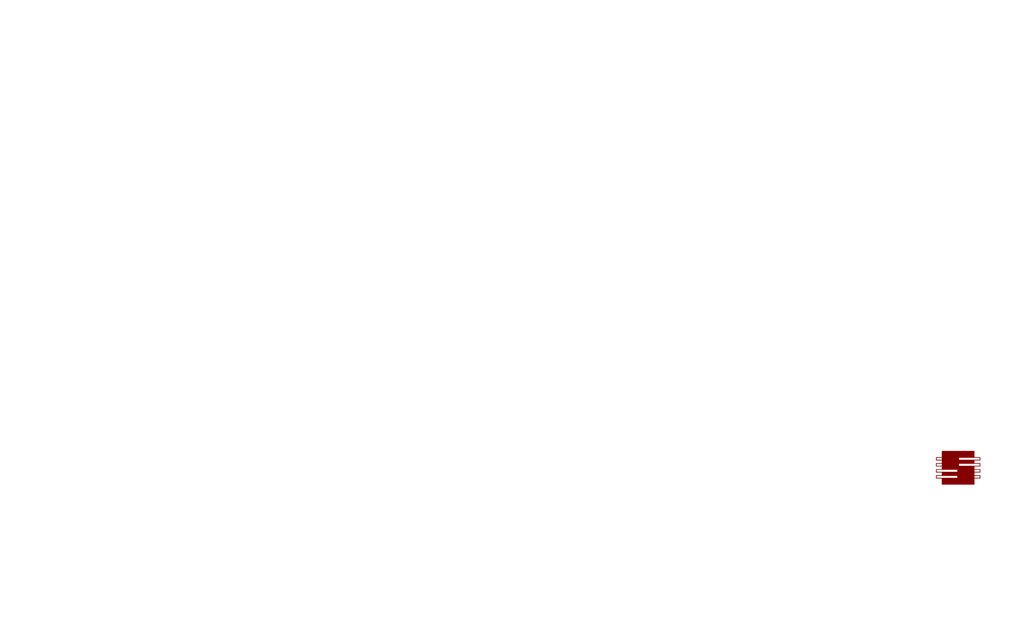
<source format=kicad_sch>
(kicad_sch (version 20211123) (generator eeschema)
  (paper "USLegal")
  (junction (at 154.94 447.04))
  (junction (at 271.78 297.18))
  (junction (at 127 482.6))
  (junction (at 271.78 287.02))
  (junction (at 271.78 243.84))
  (junction (at 236.22 261.62))
  (junction (at 198.12 426.72))
  (junction (at 195.58 520.7))
  (junction (at 271.78 251.46))
  (junction (at 236.22 449.58))
  (junction (at 200.66 520.7))
  (junction (at 160.02 439.42))
  (junction (at 236.22 327.66))
  (junction (at 271.78 292.1))
  (junction (at 271.78 266.7))
  (junction (at 198.12 520.7))
  (junction (at 236.22 304.8))
  (junction (at 271.78 335.28))
  (junction (at 271.78 279.4))
  (junction (at 185.42 520.7))
  (junction (at 218.44 256.54))
  (junction (at 236.22 335.28))
  (junction (at 83.82 655.32))
  (junction (at 271.78 264.16))
  (junction (at 271.78 307.34))
  (junction (at 236.22 337.82))
  (junction (at 20.32 241.3))
  (junction (at 236.22 322.58))
  (junction (at 271.78 259.08))
  (junction (at 236.22 271.78))
  (junction (at 236.22 259.08))
  (junction (at 236.22 294.64))
  (junction (at 271.78 261.62))
  (junction (at 236.22 256.54))
  (junction (at 271.78 330.2))
  (junction (at 271.78 246.38))
  (junction (at 236.22 330.2))
  (junction (at 236.22 269.24))
  (junction (at 157.48 419.1))
  (junction (at 236.22 314.96))
  (junction (at 271.78 314.96))
  (junction (at 236.22 309.88))
  (junction (at 271.78 332.74))
  (junction (at 271.78 320.04))
  (junction (at 236.22 320.04))
  (junction (at 154.94 419.1))
  (junction (at 101.6 642.62))
  (junction (at 101.6 662.94))
  (junction (at 236.22 325.12))
  (junction (at 182.88 520.7))
  (junction (at 271.78 238.76))
  (junction (at 271.78 294.64))
  (junction (at 190.5 520.7))
  (junction (at 236.22 302.26))
  (junction (at 195.58 419.1))
  (junction (at 236.22 292.1))
  (junction (at 116.84 619.76))
  (junction (at 132.08 477.52))
  (junction (at 271.78 327.66))
  (junction (at 236.22 312.42))
  (junction (at 236.22 264.16))
  (junction (at 236.22 289.56))
  (junction (at 106.68 637.54))
  (junction (at 96.52 645.16))
  (junction (at 106.68 510.54))
  (junction (at 271.78 337.82))
  (junction (at 22.86 236.22))
  (junction (at 271.78 309.88))
  (junction (at 271.78 302.26))
  (junction (at 157.48 441.96))
  (junction (at 271.78 284.48))
  (junction (at 271.78 276.86))
  (junction (at 271.78 254))
  (junction (at 236.22 332.74))
  (junction (at 271.78 289.56))
  (junction (at 271.78 340.36))
  (junction (at 218.44 269.24))
  (junction (at 195.58 426.72))
  (junction (at 271.78 312.42))
  (junction (at 236.22 281.94))
  (junction (at 271.78 317.5))
  (junction (at 236.22 307.34))
  (junction (at 271.78 299.72))
  (junction (at 271.78 236.22))
  (junction (at 271.78 269.24))
  (junction (at 271.78 325.12))
  (junction (at 236.22 317.5))
  (junction (at 213.36 419.1))
  (junction (at 271.78 241.3))
  (junction (at 236.22 299.72))
  (junction (at 271.78 271.78))
  (junction (at 193.04 520.7))
  (junction (at 271.78 304.8))
  (junction (at 271.78 281.94))
  (junction (at 271.78 256.54))
  (junction (at 177.8 419.1))
  (junction (at 187.96 520.7))
  (junction (at 236.22 284.48))
  (junction (at 195.58 414.02))
  (junction (at 210.82 269.24))
  (junction (at 271.78 322.58))
  (junction (at 210.82 256.54))
  (junction (at 271.78 248.92))
  (junction (at 236.22 266.7))
  (junction (at 203.2 520.7))
  (junction (at 226.06 256.54))
  (junction (at 236.22 254))
  (junction (at 236.22 287.02))
  (junction (at 271.78 274.32))
  (junction (at 162.56 434.34))
  (junction (at 236.22 297.18))
  (junction (at 129.54 462.28))
  (junction (at 129.54 619.76))
  (junction (at 73.66 485.14))
  (junction (at 129.54 480.06))
  (no_connect (at 175.26 500.38))
  (no_connect (at 231.14 490.22))
  (no_connect (at 231.14 436.88))
  (no_connect (at 231.14 477.52))
  (no_connect (at 81.28 543.56))
  (no_connect (at 231.14 482.6))
  (no_connect (at 231.14 502.92))
  (no_connect (at 175.26 490.22))
  (no_connect (at 81.28 558.8))
  (no_connect (at 116.84 558.8))
  (no_connect (at 231.14 495.3))
  (no_connect (at 116.84 548.64))
  (no_connect (at 175.26 497.84))
  (no_connect (at 81.28 551.18))
  (no_connect (at 81.28 541.02))
  (no_connect (at 175.26 485.14))
  (no_connect (at 175.26 487.68))
  (no_connect (at 81.28 548.64))
  (no_connect (at 116.84 556.26))
  (no_connect (at 175.26 495.3))
  (no_connect (at 231.14 492.76))
  (no_connect (at 231.14 485.14))
  (no_connect (at 175.26 502.92))
  (no_connect (at 175.26 492.76))
  (no_connect (at 116.84 543.56))
  (no_connect (at 231.14 434.34))
  (no_connect (at 231.14 487.68))
  (no_connect (at 116.84 551.18))
  (no_connect (at 81.28 556.26))
  (no_connect (at 17.78 238.76))
  (no_connect (at 116.84 541.02))
  (no_connect (at 91.44 647.7))
  (no_connect (at 231.14 500.38))
  (no_connect (at 231.14 505.46))
  (no_connect (at 175.26 505.46))
  (no_connect (at 231.14 480.06))
  (bus_entry (at 137.16 533.4) (size 2.54 -2.54))
  (bus_entry (at 248.92 464.82) (size 2.54 2.54))
  (bus_entry (at 162.56 645.16) (size 2.54 -2.54))
  (bus_entry (at 137.16 528.32) (size 2.54 -2.54))
  (bus_entry (at 254 487.68) (size -2.54 -2.54))
  (bus_entry (at 254 490.22) (size -2.54 -2.54))
  (bus_entry (at 106.68 505.46) (size 2.54 -2.54))
  (bus_entry (at 106.68 482.6) (size 2.54 -2.54))
  (bus_entry (at 55.88 533.4) (size 2.54 2.54))
  (bus_entry (at 55.88 523.24) (size 2.54 2.54))
  (bus_entry (at 248.92 472.44) (size 2.54 2.54))
  (bus_entry (at 165.1 629.92) (size 2.54 -2.54))
  (bus_entry (at 254 495.3) (size -2.54 -2.54))
  (bus_entry (at 106.68 490.22) (size 2.54 -2.54))
  (bus_entry (at 106.68 485.14) (size 2.54 -2.54))
  (bus_entry (at 55.88 520.7) (size 2.54 2.54))
  (bus_entry (at 106.68 508) (size 2.54 -2.54))
  (bus_entry (at 55.88 525.78) (size 2.54 2.54))
  (bus_entry (at 162.56 612.14) (size 2.54 2.54))
  (bus_entry (at 165.1 632.46) (size 2.54 -2.54))
  (bus_entry (at 165.1 622.3) (size 2.54 2.54))
  (bus_entry (at 106.68 480.06) (size 2.54 -2.54))
  (bus_entry (at 137.16 535.94) (size 2.54 -2.54))
  (bus_entry (at 137.16 525.78) (size 2.54 -2.54))
  (bus_entry (at 106.68 495.3) (size 2.54 -2.54))
  (bus_entry (at 248.92 469.9) (size 2.54 2.54))
  (bus_entry (at 162.56 642.62) (size 2.54 -2.54))
  (bus_entry (at 254 492.76) (size -2.54 -2.54))
  (bus_entry (at 106.68 500.38) (size 2.54 -2.54))
  (bus_entry (at 248.92 467.36) (size 2.54 2.54))
  (bus_entry (at 106.68 487.68) (size 2.54 -2.54))
  (bus_entry (at 55.88 530.86) (size 2.54 2.54))
  (wire (pts (xy 447.04 505.46) (xy 431.8 505.46)))
  (wire (pts (xy 426.72 640.08) (xy 447.04 640.08)))
  (wire (pts (xy 271.78 312.42) (xy 271.78 314.96)))
  (wire (pts (xy 513.08 487.68) (xy 492.76 487.68)))
  (wire (pts (xy 73.66 485.14) (xy 67.31 485.14)))
  (bus (pts (xy 55.88 523.24) (xy 55.88 525.78)))
  (wire (pts (xy 236.22 297.18) (xy 238.76 297.18)))
  (wire (pts (xy 254 495.3) (xy 274.32 495.3)))
  (wire (pts (xy 426.72 624.84) (xy 447.04 624.84)))
  (wire (pts (xy 236.22 289.56) (xy 236.22 292.1)))
  (wire (pts (xy 73.66 464.82) (xy 58.42 464.82)))
  (wire (pts (xy 99.06 688.34) (xy 114.3 688.34)))
  (wire (pts (xy 322.58 497.84) (xy 304.8 497.84)))
  (wire (pts (xy 58.42 523.24) (xy 81.28 523.24)))
  (bus (pts (xy 251.46 469.9) (xy 251.46 472.44)))
  (wire (pts (xy 81.28 652.78) (xy 81.28 655.32)))
  (bus (pts (xy 106.68 495.3) (xy 106.68 500.38)))
  (wire (pts (xy 236.22 264.16) (xy 238.76 264.16)))
  (wire (pts (xy 236.22 327.66) (xy 236.22 330.2)))
  (wire (pts (xy 144.78 693.42) (xy 162.56 693.42)))
  (wire (pts (xy 177.8 414.02) (xy 177.8 419.1)))
  (wire (pts (xy 271.78 289.56) (xy 271.78 292.1)))
  (wire (pts (xy 132.08 471.17) (xy 132.08 477.52)))
  (wire (pts (xy 271.78 274.32) (xy 269.24 274.32)))
  (wire (pts (xy 128.27 619.76) (xy 129.54 619.76)))
  (wire (pts (xy 495.3 665.48) (xy 477.52 665.48)))
  (wire (pts (xy 199.39 419.1) (xy 195.58 419.1)))
  (wire (pts (xy 477.52 510.54) (xy 497.84 510.54)))
  (wire (pts (xy 193.04 520.7) (xy 195.58 520.7)))
  (wire (pts (xy 436.88 271.78) (xy 419.1 271.78)))
  (wire (pts (xy 231.14 452.12) (xy 264.16 452.12)))
  (wire (pts (xy 236.22 430.53) (xy 236.22 426.72)))
  (wire (pts (xy 73.66 482.6) (xy 73.66 485.14)))
  (wire (pts (xy 142.24 477.52) (xy 142.24 459.74)))
  (wire (pts (xy 17.78 236.22) (xy 22.86 236.22)))
  (bus (pts (xy 139.7 510.54) (xy 139.7 523.24)))
  (wire (pts (xy 495.3 662.94) (xy 477.52 662.94)))
  (wire (pts (xy 157.48 427.99) (xy 157.48 441.96)))
  (wire (pts (xy 271.78 269.24) (xy 269.24 269.24)))
  (wire (pts (xy 127 482.6) (xy 147.32 482.6)))
  (wire (pts (xy 58.42 533.4) (xy 81.28 533.4)))
  (wire (pts (xy 370.84 264.16) (xy 388.62 264.16)))
  (wire (pts (xy 193.04 429.26) (xy 193.04 426.72)))
  (wire (pts (xy 236.22 307.34) (xy 238.76 307.34)))
  (wire (pts (xy 269.24 294.64) (xy 271.78 294.64)))
  (wire (pts (xy 238.76 271.78) (xy 236.22 271.78)))
  (wire (pts (xy 236.22 261.62) (xy 236.22 259.08)))
  (wire (pts (xy 269.24 236.22) (xy 271.78 236.22)))
  (wire (pts (xy 127 463.55) (xy 127 462.28)))
  (wire (pts (xy 497.84 508) (xy 477.52 508)))
  (wire (pts (xy 193.04 426.72) (xy 195.58 426.72)))
  (wire (pts (xy 195.58 414.02) (xy 199.39 414.02)))
  (wire (pts (xy 431.8 508) (xy 447.04 508)))
  (wire (pts (xy 477.52 502.92) (xy 497.84 502.92)))
  (wire (pts (xy 447.04 322.58) (xy 426.72 322.58)))
  (wire (pts (xy 269.24 261.62) (xy 271.78 261.62)))
  (wire (pts (xy 154.94 416.56) (xy 154.94 419.1)))
  (wire (pts (xy 269.24 340.36) (xy 271.78 340.36)))
  (bus (pts (xy 139.7 523.24) (xy 139.7 525.78)))
  (wire (pts (xy 269.24 287.02) (xy 271.78 287.02)))
  (wire (pts (xy 236.22 332.74) (xy 238.76 332.74)))
  (wire (pts (xy 210.82 254) (xy 210.82 256.54)))
  (wire (pts (xy 195.58 426.72) (xy 195.58 429.26)))
  (wire (pts (xy 106.68 654.05) (xy 106.68 637.54)))
  (wire (pts (xy 271.78 279.4) (xy 269.24 279.4)))
  (wire (pts (xy 132.08 462.28) (xy 132.08 463.55)))
  (wire (pts (xy 109.22 619.76) (xy 116.84 619.76)))
  (wire (pts (xy 236.22 292.1) (xy 236.22 294.64)))
  (wire (pts (xy 370.84 241.3) (xy 388.62 241.3)))
  (wire (pts (xy 20.32 241.3) (xy 17.78 241.3)))
  (wire (pts (xy 218.44 257.81) (xy 218.44 256.54)))
  (wire (pts (xy 162.56 480.06) (xy 175.26 480.06)))
  (wire (pts (xy 157.48 441.96) (xy 175.26 441.96)))
  (wire (pts (xy 269.24 309.88) (xy 271.78 309.88)))
  (wire (pts (xy 83.82 655.32) (xy 83.82 657.86)))
  (wire (pts (xy 236.22 299.72) (xy 236.22 302.26)))
  (wire (pts (xy 271.78 233.68) (xy 271.78 236.22)))
  (wire (pts (xy 58.42 485.14) (xy 59.69 485.14)))
  (wire (pts (xy 190.5 520.7) (xy 190.5 518.16)))
  (wire (pts (xy 363.22 325.12) (xy 381 325.12)))
  (wire (pts (xy 109.22 505.46) (xy 162.56 505.46)))
  (wire (pts (xy 363.22 317.5) (xy 381 317.5)))
  (wire (pts (xy 271.78 330.2) (xy 271.78 332.74)))
  (wire (pts (xy 149.86 467.36) (xy 175.26 467.36)))
  (wire (pts (xy 269.24 246.38) (xy 271.78 246.38)))
  (wire (pts (xy 203.2 518.16) (xy 203.2 520.7)))
  (wire (pts (xy 154.94 427.99) (xy 154.94 447.04)))
  (wire (pts (xy 180.34 520.7) (xy 182.88 520.7)))
  (wire (pts (xy 99.06 690.88) (xy 114.3 690.88)))
  (wire (pts (xy 109.22 637.54) (xy 109.22 619.76)))
  (wire (pts (xy 271.78 238.76) (xy 269.24 238.76)))
  (wire (pts (xy 160.02 427.99) (xy 160.02 439.42)))
  (wire (pts (xy 271.78 254) (xy 271.78 256.54)))
  (wire (pts (xy 81.28 441.96) (xy 81.28 459.74)))
  (wire (pts (xy 271.78 248.92) (xy 269.24 248.92)))
  (wire (pts (xy 269.24 299.72) (xy 271.78 299.72)))
  (wire (pts (xy 226.06 233.68) (xy 238.76 233.68)))
  (wire (pts (xy 231.14 459.74) (xy 264.16 459.74)))
  (wire (pts (xy 271.78 307.34) (xy 271.78 309.88)))
  (wire (pts (xy 436.88 243.84) (xy 419.1 243.84)))
  (wire (pts (xy 269.24 271.78) (xy 271.78 271.78)))
  (wire (pts (xy 157.48 474.98) (xy 157.48 497.84)))
  (wire (pts (xy 157.48 420.37) (xy 157.48 419.1)))
  (wire (pts (xy 180.34 635) (xy 200.66 635)))
  (wire (pts (xy 116.84 631.19) (xy 116.84 632.46)))
  (wire (pts (xy 73.66 485.14) (xy 73.66 490.22)))
  (wire (pts (xy 426.72 632.46) (xy 447.04 632.46)))
  (wire (pts (xy 83.82 652.78) (xy 83.82 655.32)))
  (wire (pts (xy 497.84 515.62) (xy 477.52 515.62)))
  (wire (pts (xy 236.22 337.82) (xy 238.76 337.82)))
  (wire (pts (xy 210.82 269.24) (xy 218.44 269.24)))
  (wire (pts (xy 255.27 632.46) (xy 236.22 632.46)))
  (wire (pts (xy 426.72 683.26) (xy 447.04 683.26)))
  (bus (pts (xy 106.68 480.06) (xy 106.68 482.6)))
  (wire (pts (xy 127 462.28) (xy 129.54 462.28)))
  (wire (pts (xy 193.04 518.16) (xy 193.04 520.7)))
  (wire (pts (xy 182.88 520.7) (xy 185.42 520.7)))
  (bus (pts (xy 106.68 508) (xy 106.68 510.54)))
  (wire (pts (xy 281.94 632.46) (xy 262.89 632.46)))
  (wire (pts (xy 226.06 269.24) (xy 226.06 265.43)))
  (wire (pts (xy 53.34 414.02) (xy 53.34 411.48)))
  (wire (pts (xy 236.22 449.58) (xy 236.22 438.15)))
  (wire (pts (xy 322.58 495.3) (xy 304.8 495.3)))
  (wire (pts (xy 231.14 454.66) (xy 264.16 454.66)))
  (wire (pts (xy 497.84 228.6) (xy 513.08 228.6)))
  (wire (pts (xy 160.02 439.42) (xy 76.2 439.42)))
  (wire (pts (xy 99.06 695.96) (xy 114.3 695.96)))
  (wire (pts (xy 231.14 449.58) (xy 236.22 449.58)))
  (wire (pts (xy 254 492.76) (xy 274.32 492.76)))
  (wire (pts (xy 226.06 236.22) (xy 238.76 236.22)))
  (wire (pts (xy 238.76 274.32) (xy 236.22 274.32)))
  (wire (pts (xy 129.54 623.57) (xy 129.54 619.76)))
  (wire (pts (xy 236.22 322.58) (xy 236.22 325.12)))
  (wire (pts (xy 238.76 294.64) (xy 236.22 294.64)))
  (wire (pts (xy 271.78 302.26) (xy 269.24 302.26)))
  (wire (pts (xy 238.76 284.48) (xy 236.22 284.48)))
  (wire (pts (xy 271.78 269.24) (xy 271.78 271.78)))
  (wire (pts (xy 236.22 637.54) (xy 281.94 637.54)))
  (wire (pts (xy 271.78 292.1) (xy 269.24 292.1)))
  (wire (pts (xy 271.78 294.64) (xy 271.78 297.18)))
  (wire (pts (xy 271.78 261.62) (xy 271.78 264.16)))
  (wire (pts (xy 81.28 469.9) (xy 81.28 472.44)))
  (wire (pts (xy 195.58 419.1) (xy 189.23 419.1)))
  (wire (pts (xy 210.82 265.43) (xy 210.82 269.24)))
  (wire (pts (xy 248.92 464.82) (xy 231.14 464.82)))
  (wire (pts (xy 248.92 469.9) (xy 231.14 469.9)))
  (wire (pts (xy 271.78 322.58) (xy 269.24 322.58)))
  (wire (pts (xy 198.12 429.26) (xy 198.12 426.72)))
  (wire (pts (xy 271.78 332.74) (xy 269.24 332.74)))
  (wire (pts (xy 101.6 665.48) (xy 101.6 662.94)))
  (wire (pts (xy 370.84 299.72) (xy 388.62 299.72)))
  (wire (pts (xy 370.84 246.38) (xy 388.62 246.38)))
  (wire (pts (xy 269.24 330.2) (xy 271.78 330.2)))
  (wire (pts (xy 162.56 416.56) (xy 162.56 420.37)))
  (bus (pts (xy 165.1 622.3) (xy 165.1 629.92)))
  (wire (pts (xy 236.22 281.94) (xy 236.22 284.48)))
  (wire (pts (xy 81.28 655.32) (xy 83.82 655.32)))
  (wire (pts (xy 81.28 441.96) (xy 157.48 441.96)))
  (wire (pts (xy 137.16 535.94) (xy 116.84 535.94)))
  (wire (pts (xy 76.2 439.42) (xy 76.2 441.96)))
  (wire (pts (xy 426.72 637.54) (xy 447.04 637.54)))
  (wire (pts (xy 109.22 480.06) (xy 129.54 480.06)))
  (wire (pts (xy 419.1 292.1) (xy 439.42 292.1)))
  (wire (pts (xy 236.22 269.24) (xy 236.22 266.7)))
  (wire (pts (xy 226.06 256.54) (xy 236.22 256.54)))
  (wire (pts (xy 370.84 287.02) (xy 388.62 287.02)))
  (wire (pts (xy 439.42 299.72) (xy 419.1 299.72)))
  (wire (pts (xy 101.6 642.62) (xy 91.44 642.62)))
  (wire (pts (xy 218.44 265.43) (xy 218.44 269.24)))
  (bus (pts (xy 251.46 490.22) (xy 251.46 492.76)))
  (wire (pts (xy 434.34 447.04) (xy 449.58 447.04)))
  (wire (pts (xy 370.84 302.26) (xy 388.62 302.26)))
  (wire (pts (xy 106.68 637.54) (xy 91.44 637.54)))
  (wire (pts (xy 236.22 274.32) (xy 236.22 271.78)))
  (wire (pts (xy 116.84 619.76) (xy 116.84 623.57)))
  (wire (pts (xy 236.22 312.42) (xy 236.22 314.96)))
  (wire (pts (xy 236.22 287.02) (xy 236.22 289.56)))
  (wire (pts (xy 269.24 320.04) (xy 271.78 320.04)))
  (wire (pts (xy 436.88 274.32) (xy 419.1 274.32)))
  (wire (pts (xy 58.42 487.68) (xy 58.42 485.14)))
  (wire (pts (xy 444.5 604.52) (xy 426.72 604.52)))
  (wire (pts (xy 203.2 520.7) (xy 205.74 520.7)))
  (bus (pts (xy 106.68 500.38) (xy 106.68 505.46)))
  (wire (pts (xy 370.84 271.78) (xy 388.62 271.78)))
  (wire (pts (xy 238.76 261.62) (xy 236.22 261.62)))
  (wire (pts (xy 200.66 426.72) (xy 200.66 429.26)))
  (wire (pts (xy 238.76 320.04) (xy 236.22 320.04)))
  (bus (pts (xy 55.88 530.86) (xy 55.88 533.4)))
  (wire (pts (xy 182.88 642.62) (xy 200.66 642.62)))
  (wire (pts (xy 271.78 297.18) (xy 271.78 299.72)))
  (wire (pts (xy 271.78 243.84) (xy 269.24 243.84)))
  (wire (pts (xy 144.78 462.28) (xy 175.26 462.28)))
  (wire (pts (xy 58.42 528.32) (xy 81.28 528.32)))
  (wire (pts (xy 426.72 629.92) (xy 447.04 629.92)))
  (wire (pts (xy 22.86 236.22) (xy 25.4 236.22)))
  (wire (pts (xy 109.22 502.92) (xy 160.02 502.92)))
  (wire (pts (xy 269.24 304.8) (xy 271.78 304.8)))
  (bus (pts (xy 251.46 467.36) (xy 251.46 469.9)))
  (wire (pts (xy 129.54 471.17) (xy 129.54 480.06)))
  (wire (pts (xy 447.04 513.08) (xy 431.8 513.08)))
  (wire (pts (xy 447.04 327.66) (xy 426.72 327.66)))
  (wire (pts (xy 162.56 434.34) (xy 175.26 434.34)))
  (wire (pts (xy 139.7 612.14) (xy 162.56 612.14)))
  (wire (pts (xy 181.61 414.02) (xy 177.8 414.02)))
  (wire (pts (xy 566.42 223.52) (xy 548.64 223.52)))
  (wire (pts (xy 487.68 447.04) (xy 474.98 447.04)))
  (wire (pts (xy 271.78 259.08) (xy 269.24 259.08)))
  (wire (pts (xy 271.78 248.92) (xy 271.78 251.46)))
  (wire (pts (xy 426.72 713.74) (xy 447.04 713.74)))
  (wire (pts (xy 50.8 495.3) (xy 68.58 495.3)))
  (wire (pts (xy 271.78 332.74) (xy 271.78 335.28)))
  (wire (pts (xy 236.22 269.24) (xy 238.76 269.24)))
  (wire (pts (xy 370.84 294.64) (xy 388.62 294.64)))
  (wire (pts (xy 96.52 447.04) (xy 154.94 447.04)))
  (wire (pts (xy 236.22 281.94) (xy 238.76 281.94)))
  (wire (pts (xy 182.88 645.16) (xy 200.66 645.16)))
  (wire (pts (xy 271.78 266.7) (xy 271.78 269.24)))
  (wire (pts (xy 137.16 528.32) (xy 116.84 528.32)))
  (wire (pts (xy 238.76 304.8) (xy 236.22 304.8)))
  (wire (pts (xy 154.94 472.44) (xy 175.26 472.44)))
  (wire (pts (xy 160.02 502.92) (xy 160.02 477.52)))
  (wire (pts (xy 251.46 629.92) (xy 251.46 627.38)))
  (wire (pts (xy 419.1 487.68) (xy 434.34 487.68)))
  (wire (pts (xy 238.76 279.4) (xy 236.22 279.4)))
  (wire (pts (xy 447.04 320.04) (xy 426.72 320.04)))
  (wire (pts (xy 363.22 322.58) (xy 381 322.58)))
  (wire (pts (xy 370.84 248.92) (xy 388.62 248.92)))
  (wire (pts (xy 236.22 317.5) (xy 236.22 320.04)))
  (wire (pts (xy 236.22 284.48) (xy 236.22 287.02)))
  (wire (pts (xy 495.3 652.78) (xy 477.52 652.78)))
  (wire (pts (xy 157.48 497.84) (xy 133.35 497.84)))
  (wire (pts (xy 236.22 629.92) (xy 251.46 629.92)))
  (wire (pts (xy 101.6 642.62) (xy 162.56 642.62)))
  (wire (pts (xy 205.74 520.7) (xy 205.74 518.16)))
  (wire (pts (xy 129.54 480.06) (xy 144.78 480.06)))
  (wire (pts (xy 96.52 662.94) (xy 101.6 662.94)))
  (wire (pts (xy 271.78 297.18) (xy 269.24 297.18)))
  (wire (pts (xy 120.65 619.76) (xy 116.84 619.76)))
  (wire (pts (xy 269.24 325.12) (xy 271.78 325.12)))
  (wire (pts (xy 195.58 419.1) (xy 195.58 426.72)))
  (wire (pts (xy 370.84 289.56) (xy 388.62 289.56)))
  (wire (pts (xy 76.2 452.12) (xy 76.2 454.66)))
  (wire (pts (xy 271.78 304.8) (xy 271.78 307.34)))
  (wire (pts (xy 513.08 467.36) (xy 492.76 467.36)))
  (wire (pts (xy 281.94 627.38) (xy 262.89 627.38)))
  (wire (pts (xy 213.36 419.1) (xy 213.36 421.64)))
  (wire (pts (xy 426.72 660.4) (xy 447.04 660.4)))
  (wire (pts (xy 271.78 284.48) (xy 269.24 284.48)))
  (wire (pts (xy 495.3 680.72) (xy 477.52 680.72)))
  (wire (pts (xy 236.22 297.18) (xy 236.22 299.72)))
  (wire (pts (xy 139.7 624.84) (xy 139.7 627.38)))
  (wire (pts (xy 271.78 254) (xy 269.24 254)))
  (wire (pts (xy 185.42 520.7) (xy 185.42 518.16)))
  (wire (pts (xy 487.68 454.66) (xy 474.98 454.66)))
  (bus (pts (xy 106.68 487.68) (xy 106.68 490.22)))
  (wire (pts (xy 226.06 241.3) (xy 238.76 241.3)))
  (wire (pts (xy 271.78 317.5) (xy 271.78 320.04)))
  (wire (pts (xy 236.22 256.54) (xy 236.22 254)))
  (wire (pts (xy 271.78 251.46) (xy 271.78 254)))
  (wire (pts (xy 144.78 480.06) (xy 144.78 462.28)))
  (wire (pts (xy 500.38 599.44) (xy 480.06 599.44)))
  (wire (pts (xy 210.82 269.24) (xy 210.82 271.78)))
  (wire (pts (xy 157.48 454.66) (xy 175.26 454.66)))
  (wire (pts (xy 566.42 231.14) (xy 548.64 231.14)))
  (wire (pts (xy 271.78 281.94) (xy 271.78 284.48)))
  (wire (pts (xy 439.42 297.18) (xy 419.1 297.18)))
  (wire (pts (xy 487.68 452.12) (xy 474.98 452.12)))
  (wire (pts (xy 271.78 264.16) (xy 269.24 264.16)))
  (wire (pts (xy 181.61 419.1) (xy 177.8 419.1)))
  (wire (pts (xy 271.78 322.58) (xy 271.78 325.12)))
  (wire (pts (xy 182.88 518.16) (xy 182.88 520.7)))
  (wire (pts (xy 147.32 482.6) (xy 147.32 464.82)))
  (wire (pts (xy 109.22 492.76) (xy 138.43 492.76)))
  (wire (pts (xy 198.12 426.72) (xy 200.66 426.72)))
  (wire (pts (xy 495.3 635) (xy 477.52 635)))
  (wire (pts (xy 271.78 292.1) (xy 271.78 294.64)))
  (wire (pts (xy 162.56 434.34) (xy 162.56 427.99)))
  (wire (pts (xy 58.42 535.94) (xy 81.28 535.94)))
  (wire (pts (xy 175.26 439.42) (xy 160.02 439.42)))
  (wire (pts (xy 236.22 317.5) (xy 238.76 317.5)))
  (wire (pts (xy 271.78 335.28) (xy 271.78 337.82)))
  (wire (pts (xy 271.78 309.88) (xy 271.78 312.42)))
  (wire (pts (xy 195.58 406.4) (xy 195.58 414.02)))
  (wire (pts (xy 322.58 485.14) (xy 304.8 485.14)))
  (wire (pts (xy 426.72 721.36) (xy 447.04 721.36)))
  (wire (pts (xy 271.78 302.26) (xy 271.78 304.8)))
  (wire (pts (xy 271.78 307.34) (xy 269.24 307.34)))
  (wire (pts (xy 322.58 492.76) (xy 304.8 492.76)))
  (wire (pts (xy 513.08 469.9) (xy 492.76 469.9)))
  (wire (pts (xy 269.24 256.54) (xy 271.78 256.54)))
  (wire (pts (xy 200.66 520.7) (xy 200.66 518.16)))
  (wire (pts (xy 238.76 266.7) (xy 236.22 266.7)))
  (wire (pts (xy 269.24 281.94) (xy 271.78 281.94)))
  (bus (pts (xy 139.7 530.86) (xy 139.7 533.4)))
  (wire (pts (xy 129.54 463.55) (xy 129.54 462.28)))
  (wire (pts (xy 198.12 518.16) (xy 198.12 520.7)))
  (wire (pts (xy 426.72 657.86) (xy 447.04 657.86)))
  (wire (pts (xy 129.54 619.76) (xy 132.08 619.76)))
  (wire (pts (xy 99.06 703.58) (xy 114.3 703.58)))
  (bus (pts (xy 251.46 485.14) (xy 251.46 487.68)))
  (wire (pts (xy 363.22 320.04) (xy 381 320.04)))
  (wire (pts (xy 81.28 495.3) (xy 96.52 495.3)))
  (wire (pts (xy 154.94 492.76) (xy 154.94 472.44)))
  (wire (pts (xy 269.24 314.96) (xy 271.78 314.96)))
  (wire (pts (xy 22.86 236.22) (xy 22.86 233.68)))
  (wire (pts (xy 139.7 434.34) (xy 162.56 434.34)))
  (bus (pts (xy 55.88 520.7) (xy 55.88 523.24)))
  (wire (pts (xy 231.14 457.2) (xy 264.16 457.2)))
  (wire (pts (xy 495.3 627.38) (xy 477.52 627.38)))
  (wire (pts (xy 147.32 464.82) (xy 175.26 464.82)))
  (wire (pts (xy 187.96 520.7) (xy 190.5 520.7)))
  (wire (pts (xy 109.22 487.68) (xy 152.4 487.68)))
  (wire (pts (xy 447.04 325.12) (xy 426.72 325.12)))
  (wire (pts (xy 419.1 469.9) (xy 434.34 469.9)))
  (wire (pts (xy 269.24 276.86) (xy 271.78 276.86)))
  (wire (pts (xy 447.04 314.96) (xy 426.72 314.96)))
  (bus (pts (xy 165.1 629.92) (xy 165.1 632.46)))
  (wire (pts (xy 271.78 246.38) (xy 271.78 248.92)))
  (wire (pts (xy 495.3 655.32) (xy 477.52 655.32)))
  (wire (pts (xy 271.78 284.48) (xy 271.78 287.02)))
  (bus (pts (xy 55.88 510.54) (xy 55.88 520.7)))
  (wire (pts (xy 238.76 309.88) (xy 236.22 309.88)))
  (wire (pts (xy 269.24 335.28) (xy 271.78 335.28)))
  (wire (pts (xy 231.14 441.96) (xy 264.16 441.96)))
  (wire (pts (xy 231.14 444.5) (xy 264.16 444.5)))
  (wire (pts (xy 497.84 226.06) (xy 513.08 226.06)))
  (wire (pts (xy 109.22 497.84) (xy 125.73 497.84)))
  (wire (pts (xy 436.88 261.62) (xy 419.1 261.62)))
  (wire (pts (xy 127 471.17) (xy 127 482.6)))
  (wire (pts (xy 439.42 294.64) (xy 419.1 294.64)))
  (wire (pts (xy 269.24 251.46) (xy 271.78 251.46)))
  (wire (pts (xy 254 487.68) (xy 274.32 487.68)))
  (wire (pts (xy 236.22 330.2) (xy 236.22 332.74)))
  (wire (pts (xy 236.22 254) (xy 238.76 254)))
  (wire (pts (xy 254 490.22) (xy 274.32 490.22)))
  (wire (pts (xy 271.78 314.96) (xy 271.78 317.5)))
  (wire (pts (xy 236.22 337.82) (xy 236.22 340.36)))
  (wire (pts (xy 157.48 452.12) (xy 175.26 452.12)))
  (wire (pts (xy 236.22 449.58) (xy 264.16 449.58)))
  (wire (pts (xy 271.78 276.86) (xy 271.78 279.4)))
  (wire (pts (xy 238.76 314.96) (xy 236.22 314.96)))
  (wire (pts (xy 207.01 414.02) (xy 213.36 414.02)))
  (bus (pts (xy 251.46 474.98) (xy 251.46 485.14)))
  (wire (pts (xy 419.1 467.36) (xy 434.34 467.36)))
  (wire (pts (xy 226.06 238.76) (xy 238.76 238.76)))
  (wire (pts (xy 96.52 654.05) (xy 96.52 645.16)))
  (wire (pts (xy 566.42 228.6) (xy 548.64 228.6)))
  (wire (pts (xy 236.22 640.08) (xy 281.94 640.08)))
  (wire (pts (xy 495.3 708.66) (xy 477.52 708.66)))
  (wire (pts (xy 144.78 698.5) (xy 162.56 698.5)))
  (wire (pts (xy 495.3 678.18) (xy 477.52 678.18)))
  (wire (pts (xy 566.42 226.06) (xy 548.64 226.06)))
  (wire (pts (xy 213.36 414.02) (xy 213.36 419.1)))
  (bus (pts (xy 106.68 490.22) (xy 106.68 495.3)))
  (wire (pts (xy 236.22 294.64) (xy 236.22 297.18)))
  (bus (pts (xy 139.7 510.54) (xy 106.68 510.54)))
  (wire (pts (xy 160.02 477.52) (xy 175.26 477.52)))
  (wire (pts (xy 436.88 269.24) (xy 419.1 269.24)))
  (wire (pts (xy 152.4 487.68) (xy 152.4 469.9)))
  (wire (pts (xy 106.68 662.94) (xy 106.68 661.67)))
  (wire (pts (xy 426.72 622.3) (xy 447.04 622.3)))
  (wire (pts (xy 271.78 279.4) (xy 271.78 281.94)))
  (bus (pts (xy 165.1 614.68) (xy 165.1 622.3)))
  (wire (pts (xy 480.06 601.98) (xy 500.38 601.98)))
  (wire (pts (xy 370.84 292.1) (xy 388.62 292.1)))
  (wire (pts (xy 487.68 444.5) (xy 474.98 444.5)))
  (wire (pts (xy 157.48 474.98) (xy 175.26 474.98)))
  (wire (pts (xy 152.4 469.9) (xy 175.26 469.9)))
  (wire (pts (xy 162.56 505.46) (xy 162.56 480.06)))
  (bus (pts (xy 55.88 525.78) (xy 55.88 530.86)))
  (wire (pts (xy 370.84 274.32) (xy 388.62 274.32)))
  (wire (pts (xy 99.06 706.12) (xy 114.3 706.12)))
  (wire (pts (xy 513.08 480.06) (xy 492.76 480.06)))
  (wire (pts (xy 218.44 269.24) (xy 226.06 269.24)))
  (wire (pts (xy 271.78 274.32) (xy 271.78 276.86)))
  (wire (pts (xy 271.78 327.66) (xy 271.78 330.2)))
  (wire (pts (xy 431.8 515.62) (xy 447.04 515.62)))
  (wire (pts (xy 129.54 459.74) (xy 129.54 462.28)))
  (wire (pts (xy 146.05 492.76) (xy 154.94 492.76)))
  (wire (pts (xy 236.22 332.74) (xy 236.22 335.28)))
  (wire (pts (xy 195.58 520.7) (xy 198.12 520.7)))
  (wire (pts (xy 193.04 520.7) (xy 193.04 523.24)))
  (wire (pts (xy 271.78 320.04) (xy 271.78 322.58)))
  (wire (pts (xy 195.58 426.72) (xy 198.12 426.72)))
  (wire (pts (xy 180.34 637.54) (xy 200.66 637.54)))
  (wire (pts (xy 144.78 690.88) (xy 162.56 690.88)))
  (wire (pts (xy 236.22 271.78) (xy 236.22 269.24)))
  (wire (pts (xy 58.42 525.78) (xy 81.28 525.78)))
  (wire (pts (xy 226.06 257.81) (xy 226.06 256.54)))
  (wire (pts (xy 149.86 485.14) (xy 149.86 467.36)))
  (wire (pts (xy 154.94 420.37) (xy 154.94 419.1)))
  (wire (pts (xy 251.46 627.38) (xy 255.27 627.38)))
  (wire (pts (xy 269.24 233.68) (xy 271.78 233.68)))
  (wire (pts (xy 116.84 533.4) (xy 137.16 533.4)))
  (wire (pts (xy 495.3 624.84) (xy 477.52 624.84)))
  (wire (pts (xy 207.01 419.1) (xy 213.36 419.1)))
  (wire (pts (xy 236.22 287.02) (xy 238.76 287.02)))
  (wire (pts (xy 177.8 419.1) (xy 177.8 421.64)))
  (wire (pts (xy 271.78 238.76) (xy 271.78 241.3)))
  (wire (pts (xy 68.58 447.04) (xy 53.34 447.04)))
  (wire (pts (xy 269.24 241.3) (xy 271.78 241.3)))
  (wire (pts (xy 248.92 467.36) (xy 231.14 467.36)))
  (wire (pts (xy 236.22 325.12) (xy 236.22 327.66)))
  (bus (pts (xy 106.68 505.46) (xy 106.68 508)))
  (wire (pts (xy 370.84 261.62) (xy 388.62 261.62)))
  (wire (pts (xy 426.72 718.82) (xy 447.04 718.82)))
  (wire (pts (xy 185.42 520.7) (xy 187.96 520.7)))
  (wire (pts (xy 238.76 325.12) (xy 236.22 325.12)))
  (wire (pts (xy 271.78 312.42) (xy 269.24 312.42)))
  (wire (pts (xy 101.6 662.94) (xy 106.68 662.94)))
  (wire (pts (xy 269.24 266.7) (xy 271.78 266.7)))
  (wire (pts (xy 238.76 299.72) (xy 236.22 299.72)))
  (wire (pts (xy 434.34 449.58) (xy 449.58 449.58)))
  (wire (pts (xy 218.44 256.54) (xy 226.06 256.54)))
  (wire (pts (xy 248.92 472.44) (xy 231.14 472.44)))
  (wire (pts (xy 271.78 337.82) (xy 269.24 337.82)))
  (wire (pts (xy 154.94 447.04) (xy 175.26 447.04)))
  (wire (pts (xy 236.22 259.08) (xy 238.76 259.08)))
  (wire (pts (xy 419.1 477.52) (xy 434.34 477.52)))
  (wire (pts (xy 495.3 688.34) (xy 477.52 688.34)))
  (wire (pts (xy 271.78 264.16) (xy 271.78 266.7)))
  (wire (pts (xy 426.72 601.98) (xy 444.5 601.98)))
  (wire (pts (xy 419.1 485.14) (xy 434.34 485.14)))
  (wire (pts (xy 495.3 716.28) (xy 477.52 716.28)))
  (wire (pts (xy 236.22 322.58) (xy 238.76 322.58)))
  (wire (pts (xy 96.52 495.3) (xy 96.52 447.04)))
  (wire (pts (xy 226.06 243.84) (xy 238.76 243.84)))
  (wire (pts (xy 226.06 246.38) (xy 238.76 246.38)))
  (wire (pts (xy 236.22 314.96) (xy 236.22 317.5)))
  (wire (pts (xy 195.58 414.02) (xy 195.58 419.1)))
  (wire (pts (xy 96.52 645.16) (xy 91.44 645.16)))
  (wire (pts (xy 271.78 243.84) (xy 271.78 246.38)))
  (wire (pts (xy 142.24 459.74) (xy 175.26 459.74)))
  (wire (pts (xy 236.22 304.8) (xy 236.22 307.34)))
  (wire (pts (xy 236.22 312.42) (xy 238.76 312.42)))
  (bus (pts (xy 251.46 472.44) (xy 251.46 474.98)))
  (wire (pts (xy 426.72 711.2) (xy 447.04 711.2)))
  (wire (pts (xy 271.78 340.36) (xy 271.78 342.9)))
  (wire (pts (xy 370.84 238.76) (xy 388.62 238.76)))
  (wire (pts (xy 497.84 500.38) (xy 477.52 500.38)))
  (wire (pts (xy 447.04 317.5) (xy 426.72 317.5)))
  (bus (pts (xy 106.68 482.6) (xy 106.68 485.14)))
  (wire (pts (xy 129.54 462.28) (xy 132.08 462.28)))
  (bus (pts (xy 165.1 640.08) (xy 165.1 642.62)))
  (wire (pts (xy 236.22 251.46) (xy 238.76 251.46)))
  (wire (pts (xy 236.22 259.08) (xy 236.22 256.54)))
  (wire (pts (xy 167.64 627.38) (xy 200.66 627.38)))
  (wire (pts (xy 426.72 706.12) (xy 447.04 706.12)))
  (wire (pts (xy 109.22 485.14) (xy 149.86 485.14)))
  (wire (pts (xy 495.3 718.82) (xy 477.52 718.82)))
  (wire (pts (xy 144.78 701.04) (xy 162.56 701.04)))
  (wire (pts (xy 271.78 299.72) (xy 271.78 302.26)))
  (wire (pts (xy 238.76 256.54) (xy 236.22 256.54)))
  (wire (pts (xy 271.78 271.78) (xy 271.78 274.32)))
  (wire (pts (xy 271.78 325.12) (xy 271.78 327.66)))
  (wire (pts (xy 236.22 307.34) (xy 236.22 309.88)))
  (wire (pts (xy 238.76 330.2) (xy 236.22 330.2)))
  (wire (pts (xy 419.1 480.06) (xy 434.34 480.06)))
  (wire (pts (xy 271.78 259.08) (xy 271.78 261.62)))
  (wire (pts (xy 495.3 637.54) (xy 477.52 637.54)))
  (bus (pts (xy 165.1 632.46) (xy 165.1 640.08)))
  (wire (pts (xy 195.58 520.7) (xy 195.58 518.16)))
  (wire (pts (xy 236.22 327.66) (xy 238.76 327.66)))
  (wire (pts (xy 101.6 661.67) (xy 101.6 662.94)))
  (wire (pts (xy 271.78 287.02) (xy 271.78 289.56)))
  (wire (pts (xy 363.22 314.96) (xy 381 314.96)))
  (wire (pts (xy 492.76 477.52) (xy 513.08 477.52)))
  (wire (pts (xy 495.3 690.88) (xy 477.52 690.88)))
  (bus (pts (xy 251.46 487.68) (xy 251.46 490.22)))
  (wire (pts (xy 137.16 525.78) (xy 116.84 525.78)))
  (bus (pts (xy 139.7 525.78) (xy 139.7 530.86)))
  (wire (pts (xy 236.22 266.7) (xy 236.22 264.16)))
  (wire (pts (xy 160.02 419.1) (xy 160.02 420.37)))
  (wire (pts (xy 426.72 703.58) (xy 447.04 703.58)))
  (wire (pts (xy 236.22 254) (xy 236.22 251.46)))
  (wire (pts (xy 271.78 337.82) (xy 271.78 340.36)))
  (wire (pts (xy 99.06 698.5) (xy 114.3 698.5)))
  (wire (pts (xy 271.78 327.66) (xy 269.24 327.66)))
  (wire (pts (xy 370.84 269.24) (xy 388.62 269.24)))
  (wire (pts (xy 436.88 264.16) (xy 419.1 264.16)))
  (wire (pts (xy 322.58 490.22) (xy 304.8 490.22)))
  (wire (pts (xy 271.78 236.22) (xy 271.78 238.76)))
  (wire (pts (xy 139.7 612.14) (xy 139.7 614.68)))
  (wire (pts (xy 187.96 518.16) (xy 187.96 520.7)))
  (wire (pts (xy 236.22 302.26) (xy 236.22 304.8)))
  (wire (pts (xy 180.34 518.16) (xy 180.34 520.7)))
  (wire (pts (xy 198.12 520.7) (xy 200.66 520.7)))
  (wire (pts (xy 431.8 500.38) (xy 447.04 500.38)))
  (wire (pts (xy 189.23 414.02) (xy 195.58 414.02)))
  (wire (pts (xy 236.22 279.4) (xy 236.22 281.94)))
  (wire (pts (xy 167.64 624.84) (xy 200.66 624.84)))
  (wire (pts (xy 109.22 477.52) (xy 132.08 477.52)))
  (wire (pts (xy 109.22 637.54) (xy 106.68 637.54)))
  (wire (pts (xy 436.88 241.3) (xy 419.1 241.3)))
  (wire (pts (xy 238.76 289.56) (xy 236.22 289.56)))
  (wire (pts (xy 109.22 482.6) (xy 127 482.6)))
  (wire (pts (xy 157.48 419.1) (xy 160.02 419.1)))
  (wire (pts (xy 495.3 706.12) (xy 477.52 706.12)))
  (wire (pts (xy 167.64 629.92) (xy 200.66 629.92)))
  (wire (pts (xy 492.76 485.14) (xy 513.08 485.14)))
  (wire (pts (xy 190.5 520.7) (xy 193.04 520.7)))
  (wire (pts (xy 236.22 309.88) (xy 236.22 312.42)))
  (wire (pts (xy 210.82 256.54) (xy 210.82 257.81)))
  (wire (pts (xy 20.32 243.84) (xy 20.32 241.3)))
  (wire (pts (xy 236.22 292.1) (xy 238.76 292.1)))
  (wire (pts (xy 363.22 330.2) (xy 381 330.2)))
  (wire (pts (xy 271.78 241.3) (xy 271.78 243.84)))
  (wire (pts (xy 500.38 607.06) (xy 480.06 607.06)))
  (wire (pts (xy 236.22 264.16) (xy 236.22 261.62)))
  (wire (pts (xy 96.52 645.16) (xy 162.56 645.16)))
  (wire (pts (xy 236.22 335.28) (xy 236.22 337.82)))
  (wire (pts (xy 129.54 631.19) (xy 129.54 632.46)))
  (wire (pts (xy 271.78 317.5) (xy 269.24 317.5)))
  (wire (pts (xy 73.66 500.38) (xy 73.66 502.92)))
  (wire (pts (xy 271.78 289.56) (xy 269.24 289.56)))
  (wire (pts (xy 116.84 617.22) (xy 116.84 619.76)))
  (wire (pts (xy 426.72 685.8) (xy 447.04 685.8)))
  (wire (pts (xy 236.22 302.26) (xy 238.76 302.26)))
  (bus (pts (xy 106.68 485.14) (xy 106.68 487.68)))
  (wire (pts (xy 210.82 256.54) (xy 218.44 256.54)))
  (wire (pts (xy 480.06 609.6) (xy 500.38 609.6)))
  (wire (pts (xy 101.6 654.05) (xy 101.6 642.62)))
  (bus (pts (xy 106.68 510.54) (xy 55.88 510.54)))
  (wire (pts (xy 154.94 419.1) (xy 157.48 419.1)))
  (wire (pts (xy 271.78 256.54) (xy 271.78 259.08)))
  (wire (pts (xy 96.52 661.67) (xy 96.52 662.94)))
  (wire (pts (xy 200.66 520.7) (xy 203.2 520.7)))
  (wire (pts (xy 132.08 477.52) (xy 142.24 477.52)))
  (wire (pts (xy 238.76 335.28) (xy 236.22 335.28)))
  (wire (pts (xy 236.22 320.04) (xy 236.22 322.58)))
  (wire (pts (xy 477.52 518.16) (xy 497.84 518.16)))
  (wire (pts (xy 22.86 241.3) (xy 20.32 241.3)))
  (label "M2_USB2_D+" (at 160.02 452.12 0))
  (label "CSI1_D0+" (at 482.6 624.84 0))
  (label "HDMI_TXD1-" (at 497.84 469.9 0))
  (label "SPI0_CLK" (at 373.38 269.24 0))
  (label "GBE_MDI0-" (at 101.6 698.5 0))
  (label "HDMI_CEC" (at 421.64 467.36 0))
  (label "USB0_VBUS_DET" (at 144.78 612.14 0))
  (label "DP0_TXD2-" (at 482.6 510.54 0))
  (label "USB0_D-" (at 170.18 629.92 0))
  (label "DP0_TXD1-" (at 482.6 502.92 0))
  (label "AUDIO_MCLK" (at 320.04 485.14 180))
  (label "~{BT_M2_WAKE}" (at 248.92 449.58 0))
  (label "I2C0_SDA" (at 373.38 241.3 0))
  (label "CAM0_MCLK" (at 485.14 599.44 0))
  (label "CSI4_D3+" (at 482.6 716.28 0))
  (label "USBSS_RX+" (at 269.24 627.38 0))
  (label "~{M2_ALERT}" (at 431.8 320.04 0))
  (label "PCIE0_RX0+" (at 111.76 502.92 0))
  (label "DP0_TXD0+" (at 434.34 513.08 0))
  (label "SDIO_CMD" (at 500.38 228.6 0))
  (label "PCIE0_RX0-" (at 111.76 505.46 0))
  (label "CSI3_CLK-" (at 431.8 685.8 0))
  (label "~{BT_UART0_CTS}" (at 248.92 459.74 0))
  (label "CSI4_D0+" (at 431.8 711.2 0))
  (label "I2S1_SCLK" (at 269.24 487.68 180))
  (label "PCIE0_CLK+" (at 121.92 525.78 0))
  (label "~{UART1_CTS}" (at 424.18 299.72 0))
  (label "DP0_AUX-" (at 434.34 508 0))
  (label "I2C2_SDA" (at 424.18 243.84 0))
  (label "DP0_TXD2+" (at 482.6 508 0))
  (label "USB0_D+" (at 152.4 642.62 0))
  (label "CSI0_CLK+" (at 431.8 622.3 0))
  (label "BT_M2_EN" (at 365.76 317.5 0))
  (label "CSI0_D1-" (at 431.8 640.08 0))
  (label "GBE_MDI0+" (at 101.6 695.96 0))
  (label "GBE_MDI1-" (at 101.6 706.12 0))
  (label "SDIO_DAT3" (at 553.72 231.14 0))
  (label "HDMI_TXD1+" (at 497.84 467.36 0))
  (label "HDMI_SCL" (at 421.64 477.52 0))
  (label "BT_UART0_RX" (at 373.38 289.56 0))
  (label "HDMI_TXD3-" (at 497.84 487.68 0))
  (label "~{BT_M2_WAKE}" (at 365.76 314.96 0))
  (label "PCIE0_CLK-" (at 121.92 528.32 0))
  (label "~{BT_UART0_RTS}" (at 373.38 292.1 0))
  (label "HDMI_TXD3+" (at 497.84 485.14 0))
  (label "GBE_MDI2-" (at 149.86 693.42 0))
  (label "~{PCIE_CLKREQ}" (at 111.76 482.6 0))
  (label "DSI_D0-" (at 477.52 447.04 0))
  (label "I2C1_SDA" (at 373.38 248.92 0))
  (label "CAM_SDA" (at 431.8 604.52 0))
  (label "HDMI_TXD0+" (at 421.64 485.14 0))
  (label "BT_UART0_TX" (at 248.92 452.12 0))
  (label "CSI3_D0-" (at 482.6 680.72 0))
  (label "~{BT_UART0_CTS}" (at 373.38 294.64 0))
  (label "BT_UART0_RX" (at 248.92 454.66 0))
  (label "PCIE0_TX0+" (at 111.76 492.76 0))
  (label "CAM0_PWDN" (at 485.14 601.98 0))
  (label "I2S1_LR_CLK" (at 269.24 490.22 180))
  (label "I2S1_DOUT" (at 269.24 495.3 180))
  (label "WIFI_M2_EN" (at 365.76 322.58 0))
  (label "M2_USB2_D-" (at 185.42 645.16 0))
  (label "~{SPI1_CS1}" (at 424.18 264.16 0))
  (label "CSI1_D1+" (at 482.6 635 0))
  (label "DSI_CLK+" (at 436.88 447.04 0))
  (label "I2S0_SCLK" (at 320.04 490.22 180))
  (label "GBE_MDI3-" (at 149.86 701.04 0))
  (label "BT_M2_EN" (at 71.12 464.82 180))
  (label "CSI4_D0-" (at 431.8 721.36 0))
  (label "GBE_MDI1+" (at 101.6 703.58 0))
  (label "DP0_HPD" (at 434.34 500.38 0))
  (label "DP0_TXD1+" (at 482.6 500.38 0))
  (label "~{M2_ALERT}" (at 142.24 434.34 0))
  (label "I2S1_SCLK" (at 233.68 464.82 0))
  (label "DBG_RX" (at 373.38 302.26 0))
  (label "WIFI_M2_EN" (at 66.04 447.04 180))
  (label "SDIO_DAT0" (at 553.72 223.52 0))
  (label "HDMI_SDA" (at 421.64 480.06 0))
  (label "CSI0_D0+" (at 431.8 629.92 0))
  (label "M2_32K_CLK" (at 365.76 330.2 0))
  (label "GPIO12" (at 431.8 322.58 0))
  (label "SPI1_MOSI" (at 424.18 271.78 0))
  (label "CSI4_D0-" (at 431.8 713.74 0))
  (label "USBSS_TX+" (at 269.24 637.54 0))
  (label "USB1_D-" (at 182.88 637.54 0))
  (label "~{W_DISABLE1}" (at 142.24 439.42 0))
  (label "DP0_TXD3+" (at 482.6 515.62 0))
  (label "I2S0_LRCLK" (at 320.04 492.76 180))
  (label "AP_PCIE_TX0-" (at 160.02 474.98 0))
  (label "CSI2_CLK+" (at 431.8 657.86 0))
  (label "GBE_LINK" (at 101.6 690.88 0))
  (label "HDMI_TXD0-" (at 421.64 487.68 0))
  (label "I2S0_DOUT" (at 320.04 497.84 180))
  (label "DBG_TX" (at 373.38 299.72 0))
  (label "CS2_D1-" (at 482.6 665.48 0))
  (label "HDMI_TXD2-" (at 497.84 480.06 0))
  (label "PCIE0_TX0-" (at 121.92 535.94 0))
  (label "M2_USB2_D+" (at 185.42 642.62 0))
  (label "GBE_MDI3+" (at 149.86 698.5 0))
  (label "~{PCIE0_RST}" (at 63.5 523.24 0))
  (label "USBSS_R+" (at 238.76 629.92 0))
  (label "CSI2_D0+" (at 482.6 652.78 0))
  (label "CSI3_CLK+" (at 431.8 683.26 0))
  (label "HDMI_HPD" (at 421.64 469.9 0))
  (label "FAN_PWM" (at 431.8 327.66 0))
  (label "CSI4_D2-" (at 482.6 708.66 0))
  (label "CSI2_D0-" (at 482.6 655.32 0))
  (label "HDMI_TXD2+" (at 497.84 477.52 0))
  (label "GPIO7" (at 431.8 314.96 0))
  (label "SPI0_MISO" (at 373.38 274.32 0))
  (label "CSI3_D1-" (at 482.6 690.88 0))
  (label "~{SPI0_CS1}" (at 373.38 264.16 0))
  (label "I2C1_SCL" (at 373.38 246.38 0))
  (label "SDIO_DAT2" (at 553.72 228.6 0))
  (label "USB0_VBUS_DET" (at 170.18 624.84 0))
  (label "USBSS_R-" (at 238.76 632.46 0))
  (label "CAM1_PWDN" (at 485.14 609.6 0))
  (label "CSI0_D0-" (at 431.8 632.46 0))
  (label "CSI0_CLK-" (at 431.8 624.84 0))
  (label "USB1_D+" (at 182.88 635 0))
  (label "CSI2_D1+" (at 482.6 662.94 0))
  (label "CSI0_D1+" (at 431.8 637.54 0))
  (label "USB0_D+" (at 170.18 627.38 0))
  (label "CSI4_D1+" (at 431.8 718.82 0))
  (label "~{UART1_RTS}" (at 424.18 297.18 0))
  (label "GPIO13" (at 431.8 325.12 0))
  (label "CSI3_D0+" (at 482.6 678.18 0))
  (label "USBSS_RX-" (at 269.24 632.46 0))
  (label "DSI_D1-" (at 477.52 454.66 0))
  (label "USBSS_TX-" (at 269.24 640.08 0))
  (label "GBE_MDI2+" (at 149.86 690.88 0))
  (label "PCIE0_RX0-" (at 63.5 535.94 0))
  (label "AP_PCIE_TX0+" (at 160.02 472.44 0))
  (label "CSI4_CLK+" (at 431.8 703.58 0))
  (label "DSI_D0+" (at 477.52 444.5 0))
  (label "DSI_D1+" (at 477.52 452.12 0))
  (label "CAM1_MCLK" (at 485.14 607.06 0))
  (label "CSI1_D0-" (at 482.6 627.38 0))
  (label "CSI2_CLK-" (at 431.8 660.4 0))
  (label "M2_32K_CLK" (at 53.34 495.3 0))
  (label "BT_UART0_TX" (at 373.38 287.02 0))
  (label "CSI1_D1-" (at 482.6 637.54 0))
  (label "DP0_AUX+" (at 434.34 505.46 0))
  (label "SDIO_CLK" (at 500.38 226.06 0))
  (label "I2C2_SCL" (at 424.18 241.3 0))
  (label "~{PCIE_CLKREQ}" (at 63.5 528.32 0))
  (label "CSI4_D2+" (at 482.6 706.12 0))
  (label "~{SPI1_CS0}" (at 424.18 261.62 0))
  (label "~{SPI0_CS0}" (at 373.38 261.62 0))
  (label "I2C0_SCL" (at 373.38 238.76 0))
  (label "~{BT_UART0_RTS}" (at 248.92 457.2 0))
  (label "UART1_TX" (at 424.18 292.1 0))
  (label "I2S1_LR_CLK" (at 233.68 467.36 0))
  (label "I2S0_DIN" (at 320.04 495.3 180))
  (label "FAN_TACH" (at 431.8 317.5 0))
  (label "PCIE0_CLK-" (at 111.76 487.68 0))
  (label "~{PCIE0_WAKE}" (at 63.5 525.78 0))
  (label "SPI1_MISO" (at 424.18 274.32 0))
  (label "PCIE0_CLK+" (at 111.76 485.14 0))
  (label "CSI4_D3-" (at 482.6 718.82 0))
  (label "I2C2_SDA" (at 251.46 444.5 0))
  (label "I2C2_SCL" (at 251.46 441.96 0))
  (label "I2S1_DOUT" (at 233.68 472.44 0))
  (label "I2S1_DIN" (at 269.24 492.76 180))
  (label "CSI3_D1+" (at 482.6 688.34 0))
  (label "PCIE0_TX0+" (at 121.92 533.4 0))
  (label "SPI0_MOSI" (at 373.38 271.78 0))
  (label "DP0_TXD3-" (at 482.6 518.16 0))
  (label "M2_USB2_D-" (at 160.02 454.66 0))
  (label "PWR_LED" (at 365.76 320.04 0))
  (label "CAM_SCL" (at 431.8 601.98 0))
  (label "I2S1_DIN" (at 233.68 469.9 0))
  (label "CSI4_CLK-" (at 431.8 706.12 0))
  (label "PCIE0_RX0+" (at 63.5 533.4 0))
  (label "DSI_CLK-" (at 436.88 449.58 0))
  (label "PCIE0_TX0-" (at 111.76 497.84 0))
  (label "~{PCIE0_WAKE}" (at 111.76 480.06 0))
  (label "M2_SUSCLK" (at 142.24 447.04 0))
  (label "SPI1_CLK" (at 424.18 269.24 0))
  (label "~{W_DISABLE2}" (at 142.24 441.96 0))
  (label "CAM_MUX_SEL" (at 365.76 325.12 0))
  (label "UART1_RX" (at 424.18 294.64 0))
  (label "USB0_D-" (at 152.4 645.16 0))
  (label "DP0_TXD0-" (at 434.34 515.62 0))
  (label "SDIO_DAT1" (at 553.72 226.06 0))
  (label "GBE_ACT" (at 101.6 688.34 0))
  (label "~{PCIE0_RST}" (at 111.76 477.52 0))
  (hierarchical_label "~{MOD_SLEEP}" (shape input) (at 226.06 241.3 180))
  (hierarchical_label "M2_32K_CLK" (shape input) (at 50.8 495.3 180))
  (hierarchical_label "SLEEP\\~{WAKE}" (shape input) (at 226.06 238.76 180))
  (hierarchical_label "M2_I2C2_SCL" (shape output) (at 436.88 241.3 0))
  (hierarchical_label "~{BT_UART0_RTS}" (shape output) (at 370.84 292.1 180))
  (hierarchical_label "~{M2_ALERT}" (shape input) (at 447.04 320.04 0))
  (hierarchical_label "BT_M2_EN" (shape input) (at 58.42 464.82 180))
  (hierarchical_label "~{BT_UART0_RTS}" (shape input) (at 264.16 457.2 0))
  (hierarchical_label "~{BT_UART0_CTS}" (shape output) (at 264.16 459.74 0))
  (hierarchical_label "PWR_EN" (shape input) (at 226.06 243.84 180))
  (hierarchical_label "~{M2_ALERT}" (shape output) (at 139.7 434.34 180))
  (hierarchical_label "~{SHDN_REQ}" (shape output) (at 226.06 236.22 180))
  (hierarchical_label "BT_UART0_TX" (shape input) (at 264.16 452.12 0))
  (hierarchical_label "~{BT_M2_WAKE}" (shape input) (at 363.22 314.96 180))
  (hierarchical_label "M2_USB2_D-" (shape bidirectional) (at 157.48 454.66 180))
  (hierarchical_label "BT_M2_EN" (shape output) (at 363.22 317.5 180))
  (hierarchical_label "~{FRC_RECY}" (shape input) (at 226.06 246.38 180))
  (hierarchical_label "BT_UART0_RX" (shape input) (at 370.84 289.56 180))
  (hierarchical_label "WIFI_M2_EN" (shape output) (at 363.22 322.58 180))
  (hierarchical_label "BT_UART0_RX" (shape output) (at 264.16 454.66 0))
  (hierarchical_label "M2_USB2_D-" (shape bidirectional) (at 182.88 645.16 180))
  (hierarchical_label "~{BT_UART0_CTS}" (shape input) (at 370.84 294.64 180))
  (hierarchical_label "BT_UART0_TX" (shape output) (at 370.84 287.02 180))
  (hierarchical_label "M2_I2C2_SDA" (shape bidirectional) (at 264.16 444.5 0))
  (hierarchical_label "M2_32K_CLK" (shape output) (at 363.22 330.2 180))
  (hierarchical_label "M2_USB2_D+" (shape bidirectional) (at 182.88 642.62 180))
  (hierarchical_label "M2_I2C2_SCL" (shape output) (at 264.16 441.96 0))
  (hierarchical_label "~{SYS_RST}" (shape bidirectional) (at 226.06 233.68 180))
  (hierarchical_label "M2_USB2_D+" (shape bidirectional) (at 157.48 452.12 180))
  (hierarchical_label "WIFI_M2_EN" (shape input) (at 53.34 447.04 180))
  (hierarchical_label "M2_I2C2_SDA" (shape bidirectional) (at 436.88 243.84 0))
  (hierarchical_label "~{BT_M2_WAKE}" (shape output) (at 264.16 449.58 0))
  (symbol (lib_id "ENYA_Cap_Smd_6.3V:560UF_ELEC_6.3Dx8H_6.3V") (at 210.82 261.62 0) (unit 1)
    (property "Reference" "C?" (at 211.455 259.08 0) (effects (justify left)))
    (property "Value" "560UF_ELEC_6.3Dx8H_6.3V" (effects hide))
    (property "Footprint" "Capacitor_SMD:CP_Elec_6.3x7.7" (effects hide))
    (property "Manufacturer" "United Chemi-Con" (effects hide))
    (property "Manufacturer Part Number" "APXJ6R3ARA561MF80G" (effects hide))
    (property "Digi-Key Part Number" "565-APXJ6R3ARA561MF80GCT-ND" (effects hide))
    (property "Capacitance" "560uF" (at 211.455 264.16 0) (effects (justify left)))
    (property "Voltage Rating" "6.3V" (at 211.455 266.065 0) (effects (justify left)))
  )
  (symbol (lib_id "power:GND") (at 116.84 632.46 0) (unit 1)
    (property "Reference" "#PWR?" (effects hide))
    (property "Value" "GND" (at 116.967 636.8542 0))
  )
  (symbol (lib_id "ENYA_Res_Smd_63mW:47K_0402_63MW") (at 132.08 467.36 0) (unit 1)
    (property "Reference" "R?" (at 130.81 474.98 90) (effects (justify left)))
    (property "Value" "47K_0402_63MW" (effects hide))
    (property "Footprint" "Resistor_SMD:R_0402_1005Metric" (effects hide))
    (property "Manufacturer" "Stackpole Electronics Inc" (effects hide))
    (property "Manufacturer Part Number" "RMCF0402FT47K0" (effects hide))
    (property "Digi-Key Part Number" "RMCF0402FT47K0CT-ND" (effects hide))
    (property "Resistance" "47K" (at 132.08 469.265 90) (effects (justify left)))
  )
  (symbol (lib_id "power:GND") (at 81.28 472.44 0) (mirror y) (unit 1)
    (property "Reference" "#PWR?" (effects hide))
    (property "Value" "GND" (at 81.153 476.8342 0))
  )
  (symbol (lib_id "ENYA_Connector_Mezzanine:CONN_2x130_JETSON_NANO") (at 403.86 294.64 0) (unit 16)
    (property "Reference" "J?" (at 403.86 280.289 0))
    (property "Value" "CONN_2x130_JETSON_NANO" (effects hide))
    (property "Footprint" "ENYA_Connector_Mezzanine:2309413-1" (effects hide))
    (property "Datasheet" "https://developer.download.nvidia.com/assets/embedded/secure/jetson/Nano/docs/JetsonNano_DataSheet_DS09366001v1.0.pdf?fHfLnTTxWqQQTvom2__Bk4DWxM8veKDvEpZl1wF7U-FBJ1k3qiNW0EtNNp_1SOsxUOq8RA6L4rseqTQBR7_6lfuWFJNErAyfNvO-ksd0c_K_xItLpDY4DiTnE9q2kUNvvyZ5yak8dstZsK659Cczp3l8rZ2rIjtxcf-4pmgboatJzf-CbdwYyv97M7ccDQ" (effects hide))
    (property "Manufacturer" "TE Connectivity AMP Connectors" (effects hide))
    (property "Manufacturer Part Number" "2309413-1" (at 403.86 282.6004 0))
    (property "Digi-Key Part Number" "A126764CT-ND" (effects hide))
  )
  (symbol (lib_id "ENYA_Connector_Mezzanine:CONN_2x33.5_M2_EKEY") (at 203.2 472.44 0) (unit 1)
    (property "Reference" "J?" (at 179.07 430.53 0))
    (property "Value" "CONN_2x33.5_M2_EKEY" (effects hide))
    (property "Footprint" "ENYA_Connector_Mezzanine:2199230-4" (effects hide))
    (property "Datasheet" "https://www.te.com/commerce/DocumentDelivery/DDEController?Action=srchrtrv&DocNm=2199230&DocType=Customer+Drawing&DocLang=English" (effects hide))
    (property "Manufacturer" "TE Connectivity AMP Connectors" (effects hide))
    (property "Manufacturer Part Number" "2199230-4" (at 223.52 516.89 0))
    (property "Digi-Key Part Number" "A115904CT-ND" (effects hide))
  )
  (symbol (lib_id "power:+3V3") (at 129.54 459.74 0) (unit 1)
    (property "Reference" "#PWR?" (effects hide))
    (property "Value" "+3V3" (at 129.921 455.3458 0))
  )
  (symbol (lib_id "ENYA_Cap_Smd_16V:100nF_CER_0402_16V") (at 142.24 492.76 270) (unit 1)
    (property "Reference" "C?" (at 137.795 491.49 90))
    (property "Value" "100nF_CER_0402_16V" (effects hide))
    (property "Footprint" "Capacitor_SMD:C_0402_1005Metric" (effects hide))
    (property "Manufacturer" "Murata Electronics" (effects hide))
    (property "Manufacturer Part Number" "GCM155R71C104KA55D" (effects hide))
    (property "Digi-Key Part Number" "490-4759-1-ND" (effects hide))
    (property "Capacitance" "100nF" (at 146.685 491.49 90))
    (property "Voltage Rating" "16V" (at 145.415 494.03 90))
  )
  (symbol (lib_id "ENYA_Connector_Mezzanine:CONN_2x130_JETSON_NANO") (at 464.82 480.06 0) (unit 5)
    (property "Reference" "J?" (at 463.55 460.629 0))
    (property "Value" "CONN_2x130_JETSON_NANO" (effects hide))
    (property "Footprint" "ENYA_Connector_Mezzanine:2309413-1" (effects hide))
    (property "Datasheet" "https://developer.download.nvidia.com/assets/embedded/secure/jetson/Nano/docs/JetsonNano_DataSheet_DS09366001v1.0.pdf?fHfLnTTxWqQQTvom2__Bk4DWxM8veKDvEpZl1wF7U-FBJ1k3qiNW0EtNNp_1SOsxUOq8RA6L4rseqTQBR7_6lfuWFJNErAyfNvO-ksd0c_K_xItLpDY4DiTnE9q2kUNvvyZ5yak8dstZsK659Cczp3l8rZ2rIjtxcf-4pmgboatJzf-CbdwYyv97M7ccDQ" (effects hide))
    (property "Manufacturer" "TE Connectivity AMP Connectors" (effects hide))
    (property "Manufacturer Part Number" "2309413-1" (at 463.55 462.9404 0))
    (property "Digi-Key Part Number" "A126764CT-ND" (effects hide))
  )
  (symbol (lib_id "ENYA_Cap_Smd_16V:100nF_CER_0402_16V") (at 259.08 627.38 270) (unit 1)
    (property "Reference" "C?" (at 254.635 626.11 90))
    (property "Value" "100nF_CER_0402_16V" (effects hide))
    (property "Footprint" "Capacitor_SMD:C_0402_1005Metric" (effects hide))
    (property "Manufacturer" "Murata Electronics" (effects hide))
    (property "Manufacturer Part Number" "GCM155R71C104KA55D" (effects hide))
    (property "Digi-Key Part Number" "490-4759-1-ND" (effects hide))
    (property "Capacitance" "100nF" (at 263.525 626.11 90))
    (property "Voltage Rating" "16V" (at 262.255 628.65 90))
  )
  (symbol (lib_id "ENYA_Cap_Smd_50V:100nF_CER_0603_50V") (at 218.44 261.62 0) (unit 1)
    (property "Reference" "C?" (at 219.075 259.08 0) (effects (justify left)))
    (property "Value" "100nF_CER_0603_50V" (effects hide))
    (property "Footprint" "Capacitor_SMD:C_0603_1608Metric" (effects hide))
    (property "Manufacturer" "AVX Corporation" (effects hide))
    (property "Manufacturer Part Number" "06033D104MAT2A" (effects hide))
    (property "Digi-Key Part Number" "478-7905-1-ND" (effects hide))
    (property "Capacitance" "100nF" (at 219.075 264.16 0) (effects (justify left)))
    (property "Voltage Rating" "50V" (at 219.075 266.065 0) (effects (justify left)))
  )
  (symbol (lib_id "ENYA_Cap_Smd_16V:100nF_CER_0402_16V") (at 185.42 419.1 270) (unit 1)
    (property "Reference" "C?" (at 180.975 417.83 90))
    (property "Value" "100nF_CER_0402_16V" (effects hide))
    (property "Footprint" "Capacitor_SMD:C_0402_1005Metric" (effects hide))
    (property "Manufacturer" "Murata Electronics" (effects hide))
    (property "Manufacturer Part Number" "GCM155R71C104KA55D" (effects hide))
    (property "Digi-Key Part Number" "490-4759-1-ND" (effects hide))
    (property "Capacitance" "100nF" (at 189.865 417.83 90))
    (property "Voltage Rating" "16V" (at 188.595 420.37 90))
  )
  (symbol (lib_id "power:GND") (at 73.66 502.92 0) (unit 1)
    (property "Reference" "#PWR?" (effects hide))
    (property "Value" "GND" (at 73.787 507.3142 0))
  )
  (symbol (lib_id "ENYA_Bitmap:Electronya_Logo") (at 332.74 162.56 0) (unit 1)
    (property "Reference" "#G1" (effects hide))
    (property "Value" "Electronya_Logo" (effects hide))
    (property "Footprint" "ENYA_Bitmap:Electronya_Logo_12MM" (effects hide))
  )
  (symbol (lib_id "ENYA_Cap_Smd_25V:10uF_CER_1206_25V") (at 203.2 414.02 270) (unit 1)
    (property "Reference" "C?" (at 198.755 412.75 90))
    (property "Value" "10uF_CER_1206_25V" (effects hide))
    (property "Footprint" "Capacitor_SMD:C_1206_3216Metric" (effects hide))
    (property "Manufacturer" "Murata Electronics" (effects hide))
    (property "Manufacturer Part Number" "GRM319R61E106KA12D" (effects hide))
    (property "Digi-Key Part Number" "490-5525-1-ND" (effects hide))
    (property "Capacitance" "10uF" (at 207.01 412.75 90))
    (property "Voltage Rating" "25V" (at 206.375 415.29 90))
  )
  (symbol (lib_id "ENYA_Connector_USB:MINI_USB_OTG") (at 83.82 642.62 0) (unit 1)
    (property "Reference" "J?" (at 85.2678 630.7582 0))
    (property "Value" "MINI_USB_OTG" (effects hide))
    (property "Footprint" "ENYA_Connector_USB:MINI_USB_OTG_RA" (effects hide))
    (property "Datasheet" "https://www.molex.com/pdm_docs/sd/513870530_sd.pdf" (effects hide))
    (property "Manufacturer" "Molex" (effects hide))
    (property "Manufacturer Part Number" "0513870530" (at 85.2678 633.0696 0))
    (property "Digi-Key Part Number" "WM3756CT-ND" (effects hide))
  )
  (symbol (lib_id "power:+1V8") (at 162.56 416.56 0) (unit 1)
    (property "Reference" "#PWR?" (effects hide))
    (property "Value" "+1V8" (at 162.941 412.1658 0))
  )
  (symbol (lib_id "power:+3V3") (at 236.22 426.72 0) (unit 1)
    (property "Reference" "#PWR?" (effects hide))
    (property "Value" "+3V3" (at 236.601 422.3258 0))
  )
  (symbol (lib_id "ENYA_Standoffs:M2.5x0.45_3MM") (at 53.34 411.48 0) (unit 1)
    (property "Reference" "ST?" (at 54.8132 408.2796 0) (effects (justify left)))
    (property "Value" "M2.5x0.45_3MM" (effects hide))
    (property "Footprint" "ENYA_Standoffs:M2.5x0.45_3MM" (effects hide))
    (property "Datasheet" "https://www.we-online.de/katalog/datasheet/9774030151R.pdf" (effects hide))
    (property "Manufacturer" "Würth Elektronik" (effects hide))
    (property "Manufacturer Part Number" "9774030151R" (at 54.8132 410.591 0) (effects (justify left)))
    (property "Digi-Key Part Number" "732-7083-1-ND" (effects hide))
  )
  (symbol (lib_id "ENYA_Connector_Mezzanine:CONN_2x130_JETSON_NANO") (at 530.86 226.06 0) (unit 12)
    (property "Reference" "J?" (at 530.86 216.789 0))
    (property "Value" "CONN_2x130_JETSON_NANO" (effects hide))
    (property "Footprint" "ENYA_Connector_Mezzanine:2309413-1" (effects hide))
    (property "Datasheet" "https://developer.download.nvidia.com/assets/embedded/secure/jetson/Nano/docs/JetsonNano_DataSheet_DS09366001v1.0.pdf?fHfLnTTxWqQQTvom2__Bk4DWxM8veKDvEpZl1wF7U-FBJ1k3qiNW0EtNNp_1SOsxUOq8RA6L4rseqTQBR7_6lfuWFJNErAyfNvO-ksd0c_K_xItLpDY4DiTnE9q2kUNvvyZ5yak8dstZsK659Cczp3l8rZ2rIjtxcf-4pmgboatJzf-CbdwYyv97M7ccDQ" (effects hide))
    (property "Manufacturer" "TE Connectivity AMP Connectors" (effects hide))
    (property "Manufacturer Part Number" "2309413-1" (at 530.86 219.1004 0))
    (property "Digi-Key Part Number" "A126764CT-ND" (effects hide))
  )
  (symbol (lib_id "ENYA_Connector_Mezzanine:CONN_2x130_JETSON_NANO") (at 289.56 490.22 0) (mirror y) (unit 13)
    (property "Reference" "J?" (at 289.56 478.409 0))
    (property "Value" "CONN_2x130_JETSON_NANO" (effects hide))
    (property "Footprint" "ENYA_Connector_Mezzanine:2309413-1" (effects hide))
    (property "Datasheet" "https://developer.download.nvidia.com/assets/embedded/secure/jetson/Nano/docs/JetsonNano_DataSheet_DS09366001v1.0.pdf?fHfLnTTxWqQQTvom2__Bk4DWxM8veKDvEpZl1wF7U-FBJ1k3qiNW0EtNNp_1SOsxUOq8RA6L4rseqTQBR7_6lfuWFJNErAyfNvO-ksd0c_K_xItLpDY4DiTnE9q2kUNvvyZ5yak8dstZsK659Cczp3l8rZ2rIjtxcf-4pmgboatJzf-CbdwYyv97M7ccDQ" (effects hide))
    (property "Manufacturer" "TE Connectivity AMP Connectors" (effects hide))
    (property "Manufacturer Part Number" "2309413-1" (at 289.56 480.7204 0))
    (property "Digi-Key Part Number" "A126764CT-ND" (effects hide))
  )
  (symbol (lib_id "ENYA_Connector_Mezzanine:CONN_2x130_JETSON_NANO") (at 462.28 449.58 0) (unit 4)
    (property "Reference" "J?" (at 462.28 437.769 0))
    (property "Value" "CONN_2x130_JETSON_NANO" (effects hide))
    (property "Footprint" "ENYA_Connector_Mezzanine:2309413-1" (effects hide))
    (property "Datasheet" "https://developer.download.nvidia.com/assets/embedded/secure/jetson/Nano/docs/JetsonNano_DataSheet_DS09366001v1.0.pdf?fHfLnTTxWqQQTvom2__Bk4DWxM8veKDvEpZl1wF7U-FBJ1k3qiNW0EtNNp_1SOsxUOq8RA6L4rseqTQBR7_6lfuWFJNErAyfNvO-ksd0c_K_xItLpDY4DiTnE9q2kUNvvyZ5yak8dstZsK659Cczp3l8rZ2rIjtxcf-4pmgboatJzf-CbdwYyv97M7ccDQ" (effects hide))
    (property "Manufacturer" "TE Connectivity AMP Connectors" (effects hide))
    (property "Manufacturer Part Number" "2309413-1" (at 462.28 440.0804 0))
    (property "Digi-Key Part Number" "A126764CT-ND" (effects hide))
  )
  (symbol (lib_id "ENYA_Transistor_N-MOSFET:DMN26D0UFB4-7") (at 73.66 447.04 0) (unit 1)
    (property "Reference" "Q?" (at 68.58 448.31 0) (effects (justify left)))
    (property "Value" "DMN26D0UFB4-7" (at 57.15 450.85 0) (effects (justify left)))
    (property "Footprint" "ENYA_Package_DFN_QFN:DFN-3_1.5x0.65mm_P0.35mm" (effects hide))
    (property "Datasheet" "https://www.diodes.com/assets/Datasheets/DMN26D0UFB4.pdf" (effects hide))
    (property "Manufacturer" "Diodes Incorporated" (effects hide))
    (property "Manufacturer Part Number" "DMN26D0UFB4-7" (effects hide))
    (property "Digi-Key Part Number" "DMN26D0UFB4-7DICT-ND" (effects hide))
  )
  (symbol (lib_id "power:GND") (at 53.34 414.02 0) (unit 1)
    (property "Reference" "#PWR?" (effects hide))
    (property "Value" "GND" (at 53.467 418.4142 0))
  )
  (symbol (lib_id "ENYA_Pmic:TPS25944L_WQFN-20") (at 121.92 246.38 0) (unit 1)
    (property "Reference" "U?" (at 121.92 226.949 0))
    (property "Value" "TPS25944L_WQFN-20" (effects hide))
    (property "Footprint" "ENYA_Package_DFN_QFN:WQFN-20-1EP_2.5x4.5mm_P0.5mm_EP1x2.9mm" (effects hide))
    (property "Datasheet" "https://www.ti.com/lit/ds/symlink/tps25942a.pdf?HQS=dis-dk-null-digikeymode-dsf-pf-null-wwe&ts=1628270309734&ref_url=https%253A%252F%252Fwww.ti.com%252Fgeneral%252Fdocs%252Fsuppproductinfo.tsp%253FdistId%253D10%2526gotoUrl%253Dhttps%253A%252F%252Fwww.ti.com%252Flit%252Fgpn%252FTPS25942A" (effects hide))
    (property "Manufacturer" "Texas Instruments" (effects hide))
    (property "Manufacturer Part Number" "TPS25944LRVCT" (at 121.92 229.2604 0))
    (property "Digi-Key Part Number" "296-46235-1-ND" (effects hide))
  )
  (symbol (lib_id "ENYA_Connector_Mezzanine:CONN_2x130_JETSON_NANO") (at 99.06 541.02 0) (unit 3)
    (property "Reference" "J?" (at 99.06 516.509 0))
    (property "Value" "CONN_2x130_JETSON_NANO" (effects hide))
    (property "Footprint" "ENYA_Connector_Mezzanine:2309413-1" (effects hide))
    (property "Datasheet" "https://developer.download.nvidia.com/assets/embedded/secure/jetson/Nano/docs/JetsonNano_DataSheet_DS09366001v1.0.pdf?fHfLnTTxWqQQTvom2__Bk4DWxM8veKDvEpZl1wF7U-FBJ1k3qiNW0EtNNp_1SOsxUOq8RA6L4rseqTQBR7_6lfuWFJNErAyfNvO-ksd0c_K_xItLpDY4DiTnE9q2kUNvvyZ5yak8dstZsK659Cczp3l8rZ2rIjtxcf-4pmgboatJzf-CbdwYyv97M7ccDQ" (effects hide))
    (property "Manufacturer" "TE Connectivity AMP Connectors" (effects hide))
    (property "Manufacturer Part Number" "2309413-1" (at 99.06 518.8204 0))
    (property "Digi-Key Part Number" "A126764CT-ND" (effects hide))
  )
  (symbol (lib_id "power:PWR_FLAG") (at 25.4 236.22 270) (unit 1)
    (property "Reference" "#FLG?" (effects hide))
    (property "Value" "PWR_FLAG" (at 28.6512 236.22 90) (effects (justify left)))
  )
  (symbol (lib_id "power:GND") (at 236.22 340.36 0) (unit 1)
    (property "Reference" "#PWR?" (effects hide))
    (property "Value" "GND" (at 236.347 344.7542 0))
  )
  (symbol (lib_id "ENYA_Transistor_N-MOSFET:DMN26D0UFB4-7") (at 78.74 464.82 0) (unit 1)
    (property "Reference" "Q?" (at 73.66 466.09 0) (effects (justify left)))
    (property "Value" "DMN26D0UFB4-7" (at 62.23 468.63 0) (effects (justify left)))
    (property "Footprint" "ENYA_Package_DFN_QFN:DFN-3_1.5x0.65mm_P0.35mm" (effects hide))
    (property "Datasheet" "https://www.diodes.com/assets/Datasheets/DMN26D0UFB4.pdf" (effects hide))
    (property "Manufacturer" "Diodes Incorporated" (effects hide))
    (property "Manufacturer Part Number" "DMN26D0UFB4-7" (effects hide))
    (property "Digi-Key Part Number" "DMN26D0UFB4-7DICT-ND" (effects hide))
  )
  (symbol (lib_id "ENYA_Cap_Smd_16V:100nF_CER_0402_16V") (at 129.54 497.84 270) (unit 1)
    (property "Reference" "C?" (at 125.095 496.57 90))
    (property "Value" "100nF_CER_0402_16V" (effects hide))
    (property "Footprint" "Capacitor_SMD:C_0402_1005Metric" (effects hide))
    (property "Manufacturer" "Murata Electronics" (effects hide))
    (property "Manufacturer Part Number" "GCM155R71C104KA55D" (effects hide))
    (property "Digi-Key Part Number" "490-4759-1-ND" (effects hide))
    (property "Capacitance" "100nF" (at 133.985 496.57 90))
    (property "Voltage Rating" "16V" (at 132.715 499.11 90))
  )
  (symbol (lib_id "power:GND") (at 76.2 454.66 0) (mirror y) (unit 1)
    (property "Reference" "#PWR?" (effects hide))
    (property "Value" "GND" (at 76.073 459.0542 0))
  )
  (symbol (lib_id "ENYA_Connector_Mezzanine:CONN_2x130_JETSON_NANO") (at 462.28 683.26 0) (unit 10)
    (property "Reference" "J?" (at 462.28 671.449 0))
    (property "Value" "CONN_2x130_JETSON_NANO" (effects hide))
    (property "Footprint" "ENYA_Connector_Mezzanine:2309413-1" (effects hide))
    (property "Datasheet" "https://developer.download.nvidia.com/assets/embedded/secure/jetson/Nano/docs/JetsonNano_DataSheet_DS09366001v1.0.pdf?fHfLnTTxWqQQTvom2__Bk4DWxM8veKDvEpZl1wF7U-FBJ1k3qiNW0EtNNp_1SOsxUOq8RA6L4rseqTQBR7_6lfuWFJNErAyfNvO-ksd0c_K_xItLpDY4DiTnE9q2kUNvvyZ5yak8dstZsK659Cczp3l8rZ2rIjtxcf-4pmgboatJzf-CbdwYyv97M7ccDQ" (effects hide))
    (property "Manufacturer" "TE Connectivity AMP Connectors" (effects hide))
    (property "Manufacturer Part Number" "2309413-1" (at 462.28 673.7604 0))
    (property "Digi-Key Part Number" "A126764CT-ND" (effects hide))
  )
  (symbol (lib_id "power:GND") (at 193.04 523.24 0) (unit 1)
    (property "Reference" "#PWR?" (effects hide))
    (property "Value" "GND" (at 193.167 527.6342 0))
  )
  (symbol (lib_id "power:GND") (at 58.42 487.68 0) (unit 1)
    (property "Reference" "#PWR?" (effects hide))
    (property "Value" "GND" (at 58.547 492.0742 0))
  )
  (symbol (lib_id "ENYA_Header_3mm:MICROFIT_43650_MALE_1x3") (at 12.7 238.76 0) (mirror y) (unit 1)
    (property "Reference" "J?" (at 14.7828 230.7082 0))
    (property "Value" "MICROFIT_43650_MALE_1x3" (effects hide))
    (property "Footprint" "ENYA_Header_3mm:MICROFIT_43650_MALE_1x3" (effects hide))
    (property "Datasheet" "https://www.molex.com/pdm_docs/sd/436500315_sd.pdf" (effects hide))
    (property "Manufacturer" "Molex" (effects hide))
    (property "Manufacturer Part Number" "0436500315" (at 14.7828 233.0196 0))
    (property "Digi-Key Part Number" "WM1918-ND" (effects hide))
  )
  (symbol (lib_id "ENYA_Res_Smd_63mW:10K_0402_63MW") (at 154.94 424.18 0) (unit 1)
    (property "Reference" "R?" (at 153.67 431.165 90) (effects (justify left)))
    (property "Value" "10K_0402_63MW" (effects hide))
    (property "Footprint" "Resistor_SMD:R_0402_1005Metric" (effects hide))
    (property "Manufacturer" "Samsung Electro-Mechanics" (effects hide))
    (property "Manufacturer Part Number" "RC1005F103CS" (effects hide))
    (property "Digi-Key Part Number" "1276-3431-1-ND" (effects hide))
    (property "Resistance" "10K" (at 154.94 426.085 90) (effects (justify left)))
  )
  (symbol (lib_id "ENYA_Connector_Mezzanine:CONN_2x130_JETSON_NANO") (at 218.44 635 0) (unit 2)
    (property "Reference" "J?" (at 218.44 618.109 0))
    (property "Value" "CONN_2x130_JETSON_NANO" (effects hide))
    (property "Footprint" "ENYA_Connector_Mezzanine:2309413-1" (effects hide))
    (property "Datasheet" "https://developer.download.nvidia.com/assets/embedded/secure/jetson/Nano/docs/JetsonNano_DataSheet_DS09366001v1.0.pdf?fHfLnTTxWqQQTvom2__Bk4DWxM8veKDvEpZl1wF7U-FBJ1k3qiNW0EtNNp_1SOsxUOq8RA6L4rseqTQBR7_6lfuWFJNErAyfNvO-ksd0c_K_xItLpDY4DiTnE9q2kUNvvyZ5yak8dstZsK659Cczp3l8rZ2rIjtxcf-4pmgboatJzf-CbdwYyv97M7ccDQ" (effects hide))
    (property "Manufacturer" "TE Connectivity AMP Connectors" (effects hide))
    (property "Manufacturer Part Number" "2309413-1" (at 218.44 620.4204 0))
    (property "Digi-Key Part Number" "A126764CT-ND" (effects hide))
  )
  (symbol (lib_id "power:GND") (at 20.32 243.84 0) (unit 1)
    (property "Reference" "#PWR?" (effects hide))
    (property "Value" "GND" (at 20.447 248.2342 0))
  )
  (symbol (lib_id "power:GND") (at 271.78 342.9 0) (unit 1)
    (property "Reference" "#PWR?" (effects hide))
    (property "Value" "GND" (at 271.907 347.2942 0))
  )
  (symbol (lib_id "ENYA_Connector_Mezzanine:CONN_2x130_JETSON_NANO") (at 403.86 243.84 0) (unit 14)
    (property "Reference" "J?" (at 403.86 232.029 0))
    (property "Value" "CONN_2x130_JETSON_NANO" (effects hide))
    (property "Footprint" "ENYA_Connector_Mezzanine:2309413-1" (effects hide))
    (property "Datasheet" "https://developer.download.nvidia.com/assets/embedded/secure/jetson/Nano/docs/JetsonNano_DataSheet_DS09366001v1.0.pdf?fHfLnTTxWqQQTvom2__Bk4DWxM8veKDvEpZl1wF7U-FBJ1k3qiNW0EtNNp_1SOsxUOq8RA6L4rseqTQBR7_6lfuWFJNErAyfNvO-ksd0c_K_xItLpDY4DiTnE9q2kUNvvyZ5yak8dstZsK659Cczp3l8rZ2rIjtxcf-4pmgboatJzf-CbdwYyv97M7ccDQ" (effects hide))
    (property "Manufacturer" "TE Connectivity AMP Connectors" (effects hide))
    (property "Manufacturer Part Number" "2309413-1" (at 403.86 234.3404 0))
    (property "Digi-Key Part Number" "A126764CT-ND" (effects hide))
  )
  (symbol (lib_id "ENYA_Connector_Mezzanine:CONN_2x130_JETSON_NANO") (at 129.54 695.96 0) (unit 17)
    (property "Reference" "J?" (at 129.54 681.609 0))
    (property "Value" "CONN_2x130_JETSON_NANO" (effects hide))
    (property "Footprint" "ENYA_Connector_Mezzanine:2309413-1" (effects hide))
    (property "Datasheet" "https://developer.download.nvidia.com/assets/embedded/secure/jetson/Nano/docs/JetsonNano_DataSheet_DS09366001v1.0.pdf?fHfLnTTxWqQQTvom2__Bk4DWxM8veKDvEpZl1wF7U-FBJ1k3qiNW0EtNNp_1SOsxUOq8RA6L4rseqTQBR7_6lfuWFJNErAyfNvO-ksd0c_K_xItLpDY4DiTnE9q2kUNvvyZ5yak8dstZsK659Cczp3l8rZ2rIjtxcf-4pmgboatJzf-CbdwYyv97M7ccDQ" (effects hide))
    (property "Manufacturer" "TE Connectivity AMP Connectors" (effects hide))
    (property "Manufacturer Part Number" "2309413-1" (at 129.54 683.9204 0))
    (property "Digi-Key Part Number" "A126764CT-ND" (effects hide))
  )
  (symbol (lib_id "ENYA_Cap_Smd_16V:100nF_CER_0402_16V") (at 259.08 632.46 270) (unit 1)
    (property "Reference" "C?" (at 254.635 631.19 90))
    (property "Value" "100nF_CER_0402_16V" (effects hide))
    (property "Footprint" "Capacitor_SMD:C_0402_1005Metric" (effects hide))
    (property "Manufacturer" "Murata Electronics" (effects hide))
    (property "Manufacturer Part Number" "GCM155R71C104KA55D" (effects hide))
    (property "Digi-Key Part Number" "490-4759-1-ND" (effects hide))
    (property "Capacitance" "100nF" (at 263.525 631.19 90))
    (property "Voltage Rating" "16V" (at 262.255 633.73 90))
  )
  (symbol (lib_id "power:+7.5V") (at 22.86 233.68 0) (unit 1)
    (property "Reference" "#PWR?" (effects hide))
    (property "Value" "+7.5V" (at 23.241 229.2858 0))
  )
  (symbol (lib_id "power:GND") (at 213.36 421.64 0) (unit 1)
    (property "Reference" "#PWR?" (effects hide))
    (property "Value" "GND" (at 213.487 426.0342 0))
  )
  (symbol (lib_id "power:+3V3") (at 154.94 416.56 0) (unit 1)
    (property "Reference" "#PWR?" (effects hide))
    (property "Value" "+3V3" (at 155.321 412.1658 0))
  )
  (symbol (lib_id "power:GND") (at 139.7 627.38 0) (unit 1)
    (property "Reference" "#PWR?" (effects hide))
    (property "Value" "GND" (at 139.827 631.7742 0))
  )
  (symbol (lib_id "ENYA_Res_Smd_63mW:47K_0402_63MW") (at 127 467.36 0) (unit 1)
    (property "Reference" "R?" (at 125.73 474.98 90) (effects (justify left)))
    (property "Value" "47K_0402_63MW" (effects hide))
    (property "Footprint" "Resistor_SMD:R_0402_1005Metric" (effects hide))
    (property "Manufacturer" "Stackpole Electronics Inc" (effects hide))
    (property "Manufacturer Part Number" "RMCF0402FT47K0" (effects hide))
    (property "Digi-Key Part Number" "RMCF0402FT47K0CT-ND" (effects hide))
    (property "Resistance" "47K" (at 127 469.265 90) (effects (justify left)))
  )
  (symbol (lib_id "ENYA_Diode_TVS:MSP5.0A_5V_9.2V_D0-219AD") (at 96.52 657.86 270) (unit 1)
    (property "Reference" "D?" (at 97.79 654.05 0) (effects (justify left)))
    (property "Value" "MSP5.0A_5V_9.2V_D0-219AD" (effects hide))
    (property "Datasheet" "https://www.vishay.com/docs/88486/msp3v3.pdf" (effects hide))
    (property "Manufacturer" "Vishay General Semiconductor - Diodes Division" (effects hide))
    (property "Manufacturer Part Number" "MSP5.0A-M3/89A" (at 93.98 648.97 0) (effects (justify left)))
    (property "Digi-Key Part Number" "MSP5.0A-M3/89AGICT-ND" (effects hide))
  )
  (symbol (lib_id "ENYA_Res_Smd_63mW:110K_0402_63MW") (at 76.2 238.76 0) (unit 1)
    (property "Reference" "R?" (at 77.978 237.5916 0) (effects (justify left)))
    (property "Value" "110K_0402_63MW" (effects hide))
    (property "Footprint" "Resistor_SMD:R_0402_1005Metric" (effects hide))
    (property "Manufacturer" "Stackpole Electronics Inc" (effects hide))
    (property "Manufacturer Part Number" "RMCF0402FT110K" (effects hide))
    (property "Digi-Key Part Number" "RMCF0402FT110KCT-ND" (effects hide))
    (property "Resistance" "110K" (at 77.978 239.903 0) (effects (justify left)))
  )
  (symbol (lib_id "ENYA_Res_Smd_63mW:47K_0402_63MW") (at 160.02 424.18 0) (unit 1)
    (property "Reference" "R?" (at 158.75 431.165 90) (effects (justify left)))
    (property "Value" "47K_0402_63MW" (effects hide))
    (property "Footprint" "Resistor_SMD:R_0402_1005Metric" (effects hide))
    (property "Manufacturer" "Stackpole Electronics Inc" (effects hide))
    (property "Manufacturer Part Number" "RMCF0402FT47K0" (effects hide))
    (property "Digi-Key Part Number" "RMCF0402FT47K0CT-ND" (effects hide))
    (property "Resistance" "47K" (at 160.02 426.085 90) (effects (justify left)))
  )
  (symbol (lib_id "ENYA_Res_Smd_63mW:47K_0402_63MW") (at 157.48 424.18 0) (unit 1)
    (property "Reference" "R?" (at 156.21 431.165 90) (effects (justify left)))
    (property "Value" "47K_0402_63MW" (effects hide))
    (property "Footprint" "Resistor_SMD:R_0402_1005Metric" (effects hide))
    (property "Manufacturer" "Stackpole Electronics Inc" (effects hide))
    (property "Manufacturer Part Number" "RMCF0402FT47K0" (effects hide))
    (property "Digi-Key Part Number" "RMCF0402FT47K0CT-ND" (effects hide))
    (property "Resistance" "47K" (at 157.48 426.085 90) (effects (justify left)))
  )
  (symbol (lib_id "ENYA_Connector_Mezzanine:CONN_2x130_JETSON_NANO") (at 403.86 320.04 0) (unit 18)
    (property "Reference" "J?" (at 403.86 308.229 0))
    (property "Value" "CONN_2x130_JETSON_NANO" (effects hide))
    (property "Footprint" "ENYA_Connector_Mezzanine:2309413-1" (effects hide))
    (property "Datasheet" "https://developer.download.nvidia.com/assets/embedded/secure/jetson/Nano/docs/JetsonNano_DataSheet_DS09366001v1.0.pdf?fHfLnTTxWqQQTvom2__Bk4DWxM8veKDvEpZl1wF7U-FBJ1k3qiNW0EtNNp_1SOsxUOq8RA6L4rseqTQBR7_6lfuWFJNErAyfNvO-ksd0c_K_xItLpDY4DiTnE9q2kUNvvyZ5yak8dstZsK659Cczp3l8rZ2rIjtxcf-4pmgboatJzf-CbdwYyv97M7ccDQ" (effects hide))
    (property "Manufacturer" "TE Connectivity AMP Connectors" (effects hide))
    (property "Manufacturer Part Number" "2309413-1" (at 403.86 310.5404 0))
    (property "Digi-Key Part Number" "A126764CT-ND" (effects hide))
  )
  (symbol (lib_id "power:GND") (at 129.54 632.46 0) (unit 1)
    (property "Reference" "#PWR?" (effects hide))
    (property "Value" "GND" (at 129.667 636.8542 0))
  )
  (symbol (lib_id "ENYA_Res_Smd_63mW:0R_0402_63MW") (at 124.46 619.76 270) (unit 1)
    (property "Reference" "R?" (at 124.46 614.5022 90))
    (property "Value" "0R_0402_63MW" (effects hide))
    (property "Footprint" "Resistor_SMD:R_0402_1005Metric" (effects hide))
    (property "Manufacturer" "Stackpole Electronics Inc" (effects hide))
    (property "Manufacturer Part Number" "RMCF0402ZT0R00" (effects hide))
    (property "Digi-Key Part Number" "RMCF0402ZT0R00CT-ND" (effects hide))
    (property "Resistance" "0R" (at 124.46 616.8136 90))
  )
  (symbol (lib_id "power:+5V") (at 210.82 254 0) (unit 1)
    (property "Reference" "#PWR?" (effects hide))
    (property "Value" "+5V" (at 211.201 249.6058 0))
  )
  (symbol (lib_id "power:VBUS") (at 116.84 617.22 0) (unit 1)
    (property "Reference" "#PWR?" (effects hide))
    (property "Value" "VBUS" (at 117.221 612.8258 0))
  )
  (symbol (lib_id "ENYA_Transistor_N-MOSFET:DMN26D0UFB4-7") (at 137.16 619.76 0) (unit 1)
    (property "Reference" "Q?" (at 142.367 618.5916 0) (effects (justify left)))
    (property "Value" "DMN26D0UFB4-7" (at 142.367 620.903 0) (effects (justify left)))
    (property "Footprint" "ENYA_Package_DFN_QFN:DFN-3_1.5x0.65mm_P0.35mm" (effects hide))
    (property "Datasheet" "https://www.diodes.com/assets/Datasheets/DMN26D0UFB4.pdf" (effects hide))
    (property "Manufacturer" "Diodes Incorporated" (effects hide))
    (property "Manufacturer Part Number" "DMN26D0UFB4-7" (effects hide))
    (property "Digi-Key Part Number" "DMN26D0UFB4-7DICT-ND" (effects hide))
  )
  (symbol (lib_id "ENYA_Connector_Mezzanine:CONN_2x130_JETSON_NANO") (at 462.28 711.2 0) (unit 11)
    (property "Reference" "J?" (at 462.28 696.849 0))
    (property "Value" "CONN_2x130_JETSON_NANO" (effects hide))
    (property "Footprint" "ENYA_Connector_Mezzanine:2309413-1" (effects hide))
    (property "Datasheet" "https://developer.download.nvidia.com/assets/embedded/secure/jetson/Nano/docs/JetsonNano_DataSheet_DS09366001v1.0.pdf?fHfLnTTxWqQQTvom2__Bk4DWxM8veKDvEpZl1wF7U-FBJ1k3qiNW0EtNNp_1SOsxUOq8RA6L4rseqTQBR7_6lfuWFJNErAyfNvO-ksd0c_K_xItLpDY4DiTnE9q2kUNvvyZ5yak8dstZsK659Cczp3l8rZ2rIjtxcf-4pmgboatJzf-CbdwYyv97M7ccDQ" (effects hide))
    (property "Manufacturer" "TE Connectivity AMP Connectors" (effects hide))
    (property "Manufacturer Part Number" "2309413-1" (at 462.28 699.1604 0))
    (property "Digi-Key Part Number" "A126764CT-ND" (effects hide))
  )
  (symbol (lib_id "ENYA_Diode_TVS:MSP5.0A_5V_9.2V_D0-219AD") (at 106.68 657.86 270) (unit 1)
    (property "Reference" "D?" (at 107.95 654.05 0) (effects (justify left)))
    (property "Value" "MSP5.0A_5V_9.2V_D0-219AD" (effects hide))
    (property "Datasheet" "https://www.vishay.com/docs/88486/msp3v3.pdf" (effects hide))
    (property "Manufacturer" "Vishay General Semiconductor - Diodes Division" (effects hide))
    (property "Manufacturer Part Number" "MSP5.0A-M3/89A" (effects hide))
    (property "Digi-Key Part Number" "MSP5.0A-M3/89AGICT-ND" (effects hide))
  )
  (symbol (lib_id "ENYA_Logic_Gate:SN74LVC1G07_SOT-353") (at 73.66 495.3 0) (unit 1)
    (property "Reference" "U?" (at 73.66 491.49 0) (effects (justify left)))
    (property "Value" "SN74LVC1G07_SOT-353" (effects hide))
    (property "Footprint" "Package_TO_SOT_SMD:SOT-353_SC-70-5" (effects hide))
    (property "Datasheet" "https://www.ti.com/lit/ds/symlink/sn74lvc1g07.pdf?HQS=dis-dk-null-digikeymode-dsf-pf-null-wwe&ts=1635897611849&ref_url=https%253A%252F%252Fwww.ti.com%252Fgeneral%252Fdocs%252Fsuppproductinfo.tsp%253FdistId%253D10%2526gotoUrl%253Dhttps%253A%252F%252Fwww.ti.com%252Flit%252Fgpn%252Fsn74lvc1g07" (effects hide))
    (property "Manufacturer" "Texas Instruments" (effects hide))
    (property "Manufacturer Part Number" "SN74LVC1G07DCKRE4" (at 74.295 499.11 0) (effects (justify left)))
    (property "Digi-Key Part Number" "296-35936-1-ND" (effects hide))
  )
  (symbol (lib_id "ENYA_Connector_Mezzanine:CONN_2x130_JETSON_NANO") (at 462.28 604.52 0) (unit 7)
    (property "Reference" "J?" (at 462.28 592.709 0))
    (property "Value" "CONN_2x130_JETSON_NANO" (effects hide))
    (property "Footprint" "ENYA_Connector_Mezzanine:2309413-1" (effects hide))
    (property "Datasheet" "https://developer.download.nvidia.com/assets/embedded/secure/jetson/Nano/docs/JetsonNano_DataSheet_DS09366001v1.0.pdf?fHfLnTTxWqQQTvom2__Bk4DWxM8veKDvEpZl1wF7U-FBJ1k3qiNW0EtNNp_1SOsxUOq8RA6L4rseqTQBR7_6lfuWFJNErAyfNvO-ksd0c_K_xItLpDY4DiTnE9q2kUNvvyZ5yak8dstZsK659Cczp3l8rZ2rIjtxcf-4pmgboatJzf-CbdwYyv97M7ccDQ" (effects hide))
    (property "Manufacturer" "TE Connectivity AMP Connectors" (effects hide))
    (property "Manufacturer Part Number" "2309413-1" (at 462.28 595.0204 0))
    (property "Digi-Key Part Number" "A126764CT-ND" (effects hide))
  )
  (symbol (lib_id "ENYA_Diode_TVS:MSP5.0A_5V_9.2V_D0-219AD") (at 101.6 657.86 270) (unit 1)
    (property "Reference" "D?" (at 102.87 654.05 0) (effects (justify left)))
    (property "Value" "MSP5.0A_5V_9.2V_D0-219AD" (effects hide))
    (property "Datasheet" "https://www.vishay.com/docs/88486/msp3v3.pdf" (effects hide))
    (property "Manufacturer" "Vishay General Semiconductor - Diodes Division" (effects hide))
    (property "Manufacturer Part Number" "MSP5.0A-M3/89A" (effects hide))
    (property "Digi-Key Part Number" "MSP5.0A-M3/89AGICT-ND" (effects hide))
  )
  (symbol (lib_id "ENYA_Cap_Smd_25V:10uF_CER_1206_25V") (at 185.42 414.02 270) (unit 1)
    (property "Reference" "C?" (at 180.975 412.75 90))
    (property "Value" "10uF_CER_1206_25V" (effects hide))
    (property "Footprint" "Capacitor_SMD:C_1206_3216Metric" (effects hide))
    (property "Manufacturer" "Murata Electronics" (effects hide))
    (property "Manufacturer Part Number" "GRM319R61E106KA12D" (effects hide))
    (property "Digi-Key Part Number" "490-5525-1-ND" (effects hide))
    (property "Capacitance" "10uF" (at 189.23 412.75 90))
    (property "Voltage Rating" "25V" (at 188.595 415.29 90))
  )
  (symbol (lib_id "ENYA_Connector_Mezzanine:CONN_2x130_JETSON_NANO") (at 403.86 269.24 0) (unit 15)
    (property "Reference" "J?" (at 403.86 254.889 0))
    (property "Value" "CONN_2x130_JETSON_NANO" (effects hide))
    (property "Footprint" "ENYA_Connector_Mezzanine:2309413-1" (effects hide))
    (property "Datasheet" "https://developer.download.nvidia.com/assets/embedded/secure/jetson/Nano/docs/JetsonNano_DataSheet_DS09366001v1.0.pdf?fHfLnTTxWqQQTvom2__Bk4DWxM8veKDvEpZl1wF7U-FBJ1k3qiNW0EtNNp_1SOsxUOq8RA6L4rseqTQBR7_6lfuWFJNErAyfNvO-ksd0c_K_xItLpDY4DiTnE9q2kUNvvyZ5yak8dstZsK659Cczp3l8rZ2rIjtxcf-4pmgboatJzf-CbdwYyv97M7ccDQ" (effects hide))
    (property "Manufacturer" "TE Connectivity AMP Connectors" (effects hide))
    (property "Manufacturer Part Number" "2309413-1" (at 403.86 257.2004 0))
    (property "Digi-Key Part Number" "A126764CT-ND" (effects hide))
  )
  (symbol (lib_id "ENYA_Cap_Smd_16V:4.7uF_CER_0805_16V") (at 116.84 627.38 0) (unit 1)
    (property "Reference" "C?" (at 116.84 624.84 0) (effects (justify left)))
    (property "Value" "4.7uF_CER_0805_16V" (effects hide))
    (property "Footprint" "Capacitor_SMD:C_0805_2012Metric" (effects hide))
    (property "Manufacturer" "Samsung Electro-Mechanics" (effects hide))
    (property "Manufacturer Part Number" "CL21B475KOFNNNE" (effects hide))
    (property "Digi-Key Part Number" "1276-2873-1-ND" (effects hide))
    (property "Capacitance" "4.7uF" (at 117.475 629.92 0) (effects (justify left)))
    (property "Voltage Rating" "16V" (at 118.11 631.825 0) (effects (justify left)))
  )
  (symbol (lib_id "ENYA_Connector_Mezzanine:CONN_2x130_JETSON_NANO") (at 254 276.86 0) (unit 1)
    (property "Reference" "J?" (at 254 226.949 0))
    (property "Value" "CONN_2x130_JETSON_NANO" (effects hide))
    (property "Footprint" "ENYA_Connector_Mezzanine:2309413-1" (effects hide))
    (property "Datasheet" "https://developer.download.nvidia.com/assets/embedded/secure/jetson/Nano/docs/JetsonNano_DataSheet_DS09366001v1.0.pdf?fHfLnTTxWqQQTvom2__Bk4DWxM8veKDvEpZl1wF7U-FBJ1k3qiNW0EtNNp_1SOsxUOq8RA6L4rseqTQBR7_6lfuWFJNErAyfNvO-ksd0c_K_xItLpDY4DiTnE9q2kUNvvyZ5yak8dstZsK659Cczp3l8rZ2rIjtxcf-4pmgboatJzf-CbdwYyv97M7ccDQ" (effects hide))
    (property "Manufacturer" "TE Connectivity AMP Connectors" (effects hide))
    (property "Manufacturer Part Number" "2309413-1" (at 254 229.2604 0))
    (property "Digi-Key Part Number" "A126764CT-ND" (effects hide))
  )
  (symbol (lib_id "power:GND") (at 83.82 657.86 0) (unit 1)
    (property "Reference" "#PWR?" (effects hide))
    (property "Value" "GND" (at 83.947 662.2542 0))
  )
  (symbol (lib_id "ENYA_Cap_Smd_50V:100nF_CER_0603_50V") (at 226.06 261.62 0) (unit 1)
    (property "Reference" "C?" (at 226.695 259.08 0) (effects (justify left)))
    (property "Value" "100nF_CER_0603_50V" (effects hide))
    (property "Footprint" "Capacitor_SMD:C_0603_1608Metric" (effects hide))
    (property "Manufacturer" "AVX Corporation" (effects hide))
    (property "Manufacturer Part Number" "06033D104MAT2A" (effects hide))
    (property "Digi-Key Part Number" "478-7905-1-ND" (effects hide))
    (property "Capacitance" "100nF" (at 226.695 264.16 0) (effects (justify left)))
    (property "Voltage Rating" "50V" (at 226.695 266.065 0) (effects (justify left)))
  )
  (symbol (lib_id "power:GND") (at 177.8 421.64 0) (unit 1)
    (property "Reference" "#PWR?" (effects hide))
    (property "Value" "GND" (at 177.927 426.0342 0))
  )
  (symbol (lib_id "power:+7.5V") (at 63.5 231.14 0) (unit 1)
    (property "Reference" "#PWR?" (effects hide))
    (property "Value" "+7.5V" (at 63.881 226.7458 0))
  )
  (symbol (lib_id "power:GND") (at 101.6 665.48 0) (unit 1)
    (property "Reference" "#PWR?" (effects hide))
    (property "Value" "GND" (at 101.727 669.8742 0))
  )
  (symbol (lib_id "ENYA_Res_Smd_63mW:1M_0402_63MW") (at 129.54 627.38 0) (unit 1)
    (property "Reference" "R?" (at 131.318 626.2116 0) (effects (justify left)))
    (property "Value" "1M_0402_63MW" (effects hide))
    (property "Footprint" "Resistor_SMD:R_0402_1005Metric" (effects hide))
    (property "Manufacturer" "TE Connectivity Passive Product" (effects hide))
    (property "Manufacturer Part Number" "CRGCQ0402F1M0" (effects hide))
    (property "Digi-Key Part Number" "A129663CT-ND" (effects hide))
    (property "Resistance" "1M" (at 131.318 628.523 0) (effects (justify left)))
  )
  (symbol (lib_id "ENYA_Res_Smd_63mW:47K_0402_63MW") (at 129.54 467.36 0) (unit 1)
    (property "Reference" "R?" (at 128.27 474.98 90) (effects (justify left)))
    (property "Value" "47K_0402_63MW" (effects hide))
    (property "Footprint" "Resistor_SMD:R_0402_1005Metric" (effects hide))
    (property "Manufacturer" "Stackpole Electronics Inc" (effects hide))
    (property "Manufacturer Part Number" "RMCF0402FT47K0" (effects hide))
    (property "Digi-Key Part Number" "RMCF0402FT47K0CT-ND" (effects hide))
    (property "Resistance" "47K" (at 129.54 469.265 90) (effects (justify left)))
  )
  (symbol (lib_id "ENYA_Connector_Mezzanine:CONN_2x130_JETSON_NANO") (at 462.28 510.54 0) (unit 6)
    (property "Reference" "J?" (at 462.28 493.649 0))
    (property "Value" "CONN_2x130_JETSON_NANO" (effects hide))
    (property "Footprint" "ENYA_Connector_Mezzanine:2309413-1" (effects hide))
    (property "Datasheet" "https://developer.download.nvidia.com/assets/embedded/secure/jetson/Nano/docs/JetsonNano_DataSheet_DS09366001v1.0.pdf?fHfLnTTxWqQQTvom2__Bk4DWxM8veKDvEpZl1wF7U-FBJ1k3qiNW0EtNNp_1SOsxUOq8RA6L4rseqTQBR7_6lfuWFJNErAyfNvO-ksd0c_K_xItLpDY4DiTnE9q2kUNvvyZ5yak8dstZsK659Cczp3l8rZ2rIjtxcf-4pmgboatJzf-CbdwYyv97M7ccDQ" (effects hide))
    (property "Manufacturer" "TE Connectivity AMP Connectors" (effects hide))
    (property "Manufacturer Part Number" "2309413-1" (at 462.28 495.9604 0))
    (property "Digi-Key Part Number" "A126764CT-ND" (effects hide))
  )
  (symbol (lib_id "ENYA_Cap_Smd_16V:100nF_CER_0402_16V") (at 63.5 485.14 270) (unit 1)
    (property "Reference" "C?" (at 59.055 483.87 90))
    (property "Value" "100nF_CER_0402_16V" (effects hide))
    (property "Footprint" "Capacitor_SMD:C_0402_1005Metric" (effects hide))
    (property "Manufacturer" "Murata Electronics" (effects hide))
    (property "Manufacturer Part Number" "GCM155R71C104KA55D" (effects hide))
    (property "Digi-Key Part Number" "490-4759-1-ND" (effects hide))
    (property "Capacitance" "100nF" (at 67.945 483.87 90))
    (property "Voltage Rating" "16V" (at 66.675 486.41 90))
  )
  (symbol (lib_id "power:GND") (at 210.82 271.78 0) (unit 1)
    (property "Reference" "#PWR?" (effects hide))
    (property "Value" "GND" (at 210.947 276.1742 0))
  )
  (symbol (lib_id "ENYA_Cap_Smd_50V:1uF_CER_0603_50V") (at 63.5 238.76 0) (unit 1)
    (property "Reference" "C?" (at 66.421 236.4486 0) (effects (justify left)))
    (property "Value" "1uF_CER_0603_50V" (effects hide))
    (property "Footprint" "Capacitor_SMD:C_0603_1608Metric" (effects hide))
    (property "Manufacturer" "Taiyo Yuden" (effects hide))
    (property "Manufacturer Part Number" "UMK107BJ105KA-T" (effects hide))
    (property "Digi-Key Part Number" "587-2400-1-ND" (effects hide))
    (property "Capacitance" "1uF" (at 66.421 238.76 0) (effects (justify left)))
    (property "Voltage Rating" "50V" (at 66.421 241.0714 0) (effects (justify left)))
  )
  (symbol (lib_id "power:+1V8") (at 73.66 482.6 0) (unit 1)
    (property "Reference" "#PWR?" (effects hide))
    (property "Value" "+1V8" (at 74.041 478.2058 0))
  )
  (symbol (lib_id "power:PWR_FLAG") (at 22.86 241.3 270) (unit 1)
    (property "Reference" "#FLG?" (effects hide))
    (property "Value" "PWR_FLAG" (at 26.1112 241.3 90) (effects (justify left)))
  )
  (symbol (lib_id "ENYA_Cap_Smd_16V:100nF_CER_0402_16V") (at 203.2 419.1 270) (unit 1)
    (property "Reference" "C?" (at 198.755 417.83 90))
    (property "Value" "100nF_CER_0402_16V" (effects hide))
    (property "Footprint" "Capacitor_SMD:C_0402_1005Metric" (effects hide))
    (property "Manufacturer" "Murata Electronics" (effects hide))
    (property "Manufacturer Part Number" "GCM155R71C104KA55D" (effects hide))
    (property "Digi-Key Part Number" "490-4759-1-ND" (effects hide))
    (property "Capacitance" "100nF" (at 207.645 417.83 90))
    (property "Voltage Rating" "16V" (at 206.375 420.37 90))
  )
  (symbol (lib_id "ENYA_Res_Smd_63mW:47K_0402_63MW") (at 162.56 424.18 0) (unit 1)
    (property "Reference" "R?" (at 161.29 431.165 90) (effects (justify left)))
    (property "Value" "47K_0402_63MW" (effects hide))
    (property "Footprint" "Resistor_SMD:R_0402_1005Metric" (effects hide))
    (property "Manufacturer" "Stackpole Electronics Inc" (effects hide))
    (property "Manufacturer Part Number" "RMCF0402FT47K0" (effects hide))
    (property "Digi-Key Part Number" "RMCF0402FT47K0CT-ND" (effects hide))
    (property "Resistance" "47K" (at 162.56 426.085 90) (effects (justify left)))
  )
  (symbol (lib_id "power:+3V3") (at 195.58 406.4 0) (unit 1)
    (property "Reference" "#PWR?" (effects hide))
    (property "Value" "+3V3" (at 195.961 402.0058 0))
  )
  (symbol (lib_id "ENYA_Connector_Mezzanine:CONN_2x130_JETSON_NANO") (at 462.28 629.92 0) (unit 8)
    (property "Reference" "J?" (at 462.28 615.569 0))
    (property "Value" "CONN_2x130_JETSON_NANO" (effects hide))
    (property "Footprint" "ENYA_Connector_Mezzanine:2309413-1" (effects hide))
    (property "Datasheet" "https://developer.download.nvidia.com/assets/embedded/secure/jetson/Nano/docs/JetsonNano_DataSheet_DS09366001v1.0.pdf?fHfLnTTxWqQQTvom2__Bk4DWxM8veKDvEpZl1wF7U-FBJ1k3qiNW0EtNNp_1SOsxUOq8RA6L4rseqTQBR7_6lfuWFJNErAyfNvO-ksd0c_K_xItLpDY4DiTnE9q2kUNvvyZ5yak8dstZsK659Cczp3l8rZ2rIjtxcf-4pmgboatJzf-CbdwYyv97M7ccDQ" (effects hide))
    (property "Manufacturer" "TE Connectivity AMP Connectors" (effects hide))
    (property "Manufacturer Part Number" "2309413-1" (at 462.28 617.8804 0))
    (property "Digi-Key Part Number" "A126764CT-ND" (effects hide))
  )
  (symbol (lib_id "ENYA_Res_Smd_63mW:47K_0402_63MW") (at 236.22 434.34 0) (unit 1)
    (property "Reference" "R?" (at 237.998 433.1716 0) (effects (justify left)))
    (property "Value" "47K_0402_63MW" (effects hide))
    (property "Footprint" "Resistor_SMD:R_0402_1005Metric" (effects hide))
    (property "Manufacturer" "Stackpole Electronics Inc" (effects hide))
    (property "Manufacturer Part Number" "RMCF0402FT47K0" (effects hide))
    (property "Digi-Key Part Number" "RMCF0402FT47K0CT-ND" (effects hide))
    (property "Resistance" "47K" (at 237.998 435.483 0) (effects (justify left)))
  )
  (symbol (lib_id "ENYA_Connector_Mezzanine:CONN_2x130_JETSON_NANO") (at 462.28 657.86 0) (unit 9)
    (property "Reference" "J?" (at 462.28 646.049 0))
    (property "Value" "CONN_2x130_JETSON_NANO" (effects hide))
    (property "Footprint" "ENYA_Connector_Mezzanine:2309413-1" (effects hide))
    (property "Datasheet" "https://developer.download.nvidia.com/assets/embedded/secure/jetson/Nano/docs/JetsonNano_DataSheet_DS09366001v1.0.pdf?fHfLnTTxWqQQTvom2__Bk4DWxM8veKDvEpZl1wF7U-FBJ1k3qiNW0EtNNp_1SOsxUOq8RA6L4rseqTQBR7_6lfuWFJNErAyfNvO-ksd0c_K_xItLpDY4DiTnE9q2kUNvvyZ5yak8dstZsK659Cczp3l8rZ2rIjtxcf-4pmgboatJzf-CbdwYyv97M7ccDQ" (effects hide))
    (property "Manufacturer" "TE Connectivity AMP Connectors" (effects hide))
    (property "Manufacturer Part Number" "2309413-1" (at 462.28 648.3604 0))
    (property "Digi-Key Part Number" "A126764CT-ND" (effects hide))
  )
)
</source>
